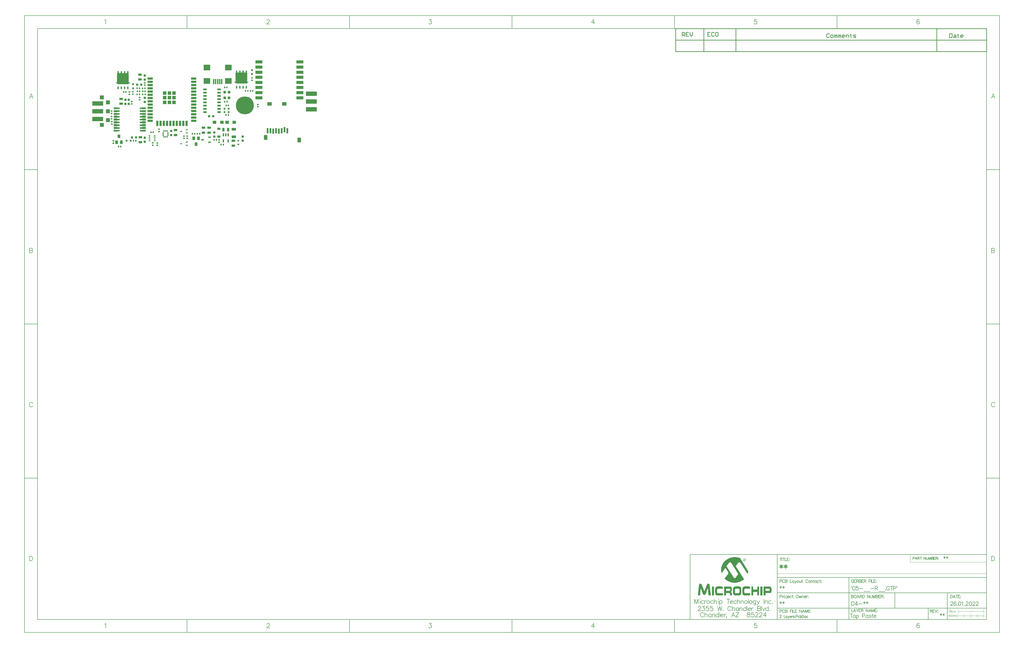
<source format=gtp>
G04*
G04 #@! TF.GenerationSoftware,Altium Limited,Altium Designer,21.0.9 (235)*
G04*
G04 Layer_Color=8421504*
%FSLAX44Y44*%
%MOMM*%
G71*
G04*
G04 #@! TF.SameCoordinates,D83CB673-9EFF-4C90-BE85-E941A3A9D43F*
G04*
G04*
G04 #@! TF.FilePolarity,Positive*
G04*
G01*
G75*
%ADD10C,0.2000*%
%ADD11C,0.1270*%
%ADD12C,0.2540*%
%ADD14C,0.1778*%
%ADD15C,0.1500*%
%ADD16C,0.1000*%
%ADD17C,0.1800*%
%ADD18C,0.3500*%
%ADD19R,1.5500X1.5500*%
%ADD20R,1.5000X1.5500*%
%ADD21R,4.1910X1.7780*%
G04:AMPARAMS|DCode=22|XSize=0.9mm|YSize=0.8mm|CornerRadius=0.2mm|HoleSize=0mm|Usage=FLASHONLY|Rotation=180.000|XOffset=0mm|YOffset=0mm|HoleType=Round|Shape=RoundedRectangle|*
%AMROUNDEDRECTD22*
21,1,0.9000,0.4000,0,0,180.0*
21,1,0.5000,0.8000,0,0,180.0*
1,1,0.4000,-0.2500,0.2000*
1,1,0.4000,0.2500,0.2000*
1,1,0.4000,0.2500,-0.2000*
1,1,0.4000,-0.2500,-0.2000*
%
%ADD22ROUNDEDRECTD22*%
%ADD23R,0.5600X1.0600*%
%ADD24R,0.5600X0.8600*%
G04:AMPARAMS|DCode=25|XSize=0.55mm|YSize=0.6mm|CornerRadius=0.1375mm|HoleSize=0mm|Usage=FLASHONLY|Rotation=90.000|XOffset=0mm|YOffset=0mm|HoleType=Round|Shape=RoundedRectangle|*
%AMROUNDEDRECTD25*
21,1,0.5500,0.3250,0,0,90.0*
21,1,0.2750,0.6000,0,0,90.0*
1,1,0.2750,0.1625,0.1375*
1,1,0.2750,0.1625,-0.1375*
1,1,0.2750,-0.1625,-0.1375*
1,1,0.2750,-0.1625,0.1375*
%
%ADD25ROUNDEDRECTD25*%
%ADD26R,2.8000X1.2000*%
G04:AMPARAMS|DCode=27|XSize=0.55mm|YSize=0.6mm|CornerRadius=0.1375mm|HoleSize=0mm|Usage=FLASHONLY|Rotation=180.000|XOffset=0mm|YOffset=0mm|HoleType=Round|Shape=RoundedRectangle|*
%AMROUNDEDRECTD27*
21,1,0.5500,0.3250,0,0,180.0*
21,1,0.2750,0.6000,0,0,180.0*
1,1,0.2750,-0.1375,0.1625*
1,1,0.2750,0.1375,0.1625*
1,1,0.2750,0.1375,-0.1625*
1,1,0.2750,-0.1375,-0.1625*
%
%ADD27ROUNDEDRECTD27*%
%ADD28R,1.0000X1.4000*%
%ADD29R,0.8000X0.8000*%
%ADD30R,0.8000X0.6000*%
%ADD31R,1.4500X1.2000*%
G04:AMPARAMS|DCode=32|XSize=1.4mm|YSize=0.9mm|CornerRadius=0.225mm|HoleSize=0mm|Usage=FLASHONLY|Rotation=270.000|XOffset=0mm|YOffset=0mm|HoleType=Round|Shape=RoundedRectangle|*
%AMROUNDEDRECTD32*
21,1,1.4000,0.4500,0,0,270.0*
21,1,0.9500,0.9000,0,0,270.0*
1,1,0.4500,-0.2250,-0.4750*
1,1,0.4500,-0.2250,0.4750*
1,1,0.4500,0.2250,0.4750*
1,1,0.4500,0.2250,-0.4750*
%
%ADD32ROUNDEDRECTD32*%
%ADD33R,1.2000X0.8500*%
G04:AMPARAMS|DCode=34|XSize=0.9mm|YSize=0.8mm|CornerRadius=0.2mm|HoleSize=0mm|Usage=FLASHONLY|Rotation=90.000|XOffset=0mm|YOffset=0mm|HoleType=Round|Shape=RoundedRectangle|*
%AMROUNDEDRECTD34*
21,1,0.9000,0.4000,0,0,90.0*
21,1,0.5000,0.8000,0,0,90.0*
1,1,0.4000,0.2000,0.2500*
1,1,0.4000,0.2000,-0.2500*
1,1,0.4000,-0.2000,-0.2500*
1,1,0.4000,-0.2000,0.2500*
%
%ADD34ROUNDEDRECTD34*%
%ADD35R,0.9500X0.4500*%
%ADD36R,0.5500X1.3000*%
G04:AMPARAMS|DCode=37|XSize=1.4mm|YSize=0.9mm|CornerRadius=0.225mm|HoleSize=0mm|Usage=FLASHONLY|Rotation=180.000|XOffset=0mm|YOffset=0mm|HoleType=Round|Shape=RoundedRectangle|*
%AMROUNDEDRECTD37*
21,1,1.4000,0.4500,0,0,180.0*
21,1,0.9500,0.9000,0,0,180.0*
1,1,0.4500,-0.4750,0.2250*
1,1,0.4500,0.4750,0.2250*
1,1,0.4500,0.4750,-0.2250*
1,1,0.4500,-0.4750,-0.2250*
%
%ADD37ROUNDEDRECTD37*%
G04:AMPARAMS|DCode=38|XSize=1.75mm|YSize=1mm|CornerRadius=0.25mm|HoleSize=0mm|Usage=FLASHONLY|Rotation=180.000|XOffset=0mm|YOffset=0mm|HoleType=Round|Shape=RoundedRectangle|*
%AMROUNDEDRECTD38*
21,1,1.7500,0.5000,0,0,180.0*
21,1,1.2500,1.0000,0,0,180.0*
1,1,0.5000,-0.6250,0.2500*
1,1,0.5000,0.6250,0.2500*
1,1,0.5000,0.6250,-0.2500*
1,1,0.5000,-0.6250,-0.2500*
%
%ADD38ROUNDEDRECTD38*%
%ADD39R,1.0000X0.6000*%
G04:AMPARAMS|DCode=40|XSize=0.61mm|YSize=0.35mm|CornerRadius=0.0875mm|HoleSize=0mm|Usage=FLASHONLY|Rotation=0.000|XOffset=0mm|YOffset=0mm|HoleType=Round|Shape=RoundedRectangle|*
%AMROUNDEDRECTD40*
21,1,0.6100,0.1750,0,0,0.0*
21,1,0.4350,0.3500,0,0,0.0*
1,1,0.1750,0.2175,-0.0875*
1,1,0.1750,-0.2175,-0.0875*
1,1,0.1750,-0.2175,0.0875*
1,1,0.1750,0.2175,0.0875*
%
%ADD40ROUNDEDRECTD40*%
G04:AMPARAMS|DCode=41|XSize=0.61mm|YSize=0.35mm|CornerRadius=0.0875mm|HoleSize=0mm|Usage=FLASHONLY|Rotation=270.000|XOffset=0mm|YOffset=0mm|HoleType=Round|Shape=RoundedRectangle|*
%AMROUNDEDRECTD41*
21,1,0.6100,0.1750,0,0,270.0*
21,1,0.4350,0.3500,0,0,270.0*
1,1,0.1750,-0.0875,-0.2175*
1,1,0.1750,-0.0875,0.2175*
1,1,0.1750,0.0875,0.2175*
1,1,0.1750,0.0875,-0.2175*
%
%ADD41ROUNDEDRECTD41*%
%ADD42R,0.8000X0.3500*%
%ADD43R,1.4000X1.9000*%
%ADD44R,1.8000X1.4000*%
%ADD45R,0.8000X2.0000*%
%ADD46R,0.5000X2.0000*%
%ADD47R,2.5000X2.2000*%
%ADD48C,7.0000*%
%ADD49R,0.8000X0.8000*%
G04:AMPARAMS|DCode=50|XSize=1.1mm|YSize=0.98mm|CornerRadius=0.2597mm|HoleSize=0mm|Usage=FLASHONLY|Rotation=270.000|XOffset=0mm|YOffset=0mm|HoleType=Round|Shape=RoundedRectangle|*
%AMROUNDEDRECTD50*
21,1,1.1000,0.4606,0,0,270.0*
21,1,0.5806,0.9800,0,0,270.0*
1,1,0.5194,-0.2303,-0.2903*
1,1,0.5194,-0.2303,0.2903*
1,1,0.5194,0.2303,0.2903*
1,1,0.5194,0.2303,-0.2903*
%
%ADD50ROUNDEDRECTD50*%
G04:AMPARAMS|DCode=51|XSize=1.31mm|YSize=0.62mm|CornerRadius=0.0775mm|HoleSize=0mm|Usage=FLASHONLY|Rotation=180.000|XOffset=0mm|YOffset=0mm|HoleType=Round|Shape=RoundedRectangle|*
%AMROUNDEDRECTD51*
21,1,1.3100,0.4650,0,0,180.0*
21,1,1.1550,0.6200,0,0,180.0*
1,1,0.1550,-0.5775,0.2325*
1,1,0.1550,0.5775,0.2325*
1,1,0.1550,0.5775,-0.2325*
1,1,0.1550,-0.5775,-0.2325*
%
%ADD51ROUNDEDRECTD51*%
%ADD52R,1.3300X1.3300*%
%ADD53R,2.0000X0.9000*%
%ADD54R,0.9000X2.0000*%
G36*
X649370Y297060D02*
X649370Y262660D01*
X653770Y262660D01*
X653770Y259160D01*
X649370Y259160D01*
X649370Y256110D01*
X606220Y256110D01*
X603170Y259160D01*
X598770Y259160D01*
X598770Y262660D01*
X603170Y262660D01*
X603170Y297060D01*
X604970Y298860D01*
X647570Y298860D01*
X649370Y297060D01*
X649370Y297060D02*
G37*
G36*
X186385Y294405D02*
X186385Y260005D01*
X190785Y260005D01*
X190785Y256505D01*
X186385Y256505D01*
X186385Y253455D01*
X143235Y253455D01*
X140185Y256505D01*
X135785Y256505D01*
X135785Y260005D01*
X140185Y260005D01*
X140185Y294405D01*
X141985Y296205D01*
X184585Y296205D01*
X186385Y294405D01*
X186385Y294405D02*
G37*
G36*
X252500Y155500D02*
X238500Y155500D01*
X238500Y156500D01*
X229500Y156500D01*
X229500Y161500D01*
X238500Y161500D01*
X238500Y162500D01*
X252500Y162500D01*
X252500Y155500D01*
X252500Y155500D02*
G37*
G36*
X141500Y161500D02*
X150500Y161500D01*
X150500Y156500D01*
X141500Y156500D01*
X141500Y155500D01*
X127500Y155500D01*
X127500Y162500D01*
X141500Y162500D01*
X141500Y161500D01*
X141500Y161500D02*
G37*
G36*
X252500Y144000D02*
X238500Y144000D01*
X238500Y145000D01*
X229500Y145000D01*
X229500Y151000D01*
X238500Y151000D01*
X238500Y152000D01*
X252500Y152000D01*
X252500Y144000D01*
X252500Y144000D02*
G37*
G36*
X141500Y151000D02*
X150500Y151000D01*
X150500Y145000D01*
X141500Y145000D01*
X141500Y144000D01*
X127500Y144000D01*
X127500Y152000D01*
X141500Y152000D01*
X141500Y151000D01*
X141500Y151000D02*
G37*
G36*
X252500Y133000D02*
X238500Y133000D01*
X238500Y134000D01*
X229500Y134000D01*
X229500Y140000D01*
X238500Y140000D01*
X238500Y141000D01*
X252500Y141000D01*
X252500Y133000D01*
X252500Y133000D02*
G37*
G36*
X141500Y140000D02*
X150500Y140000D01*
X150500Y134000D01*
X141500Y134000D01*
X141500Y133000D01*
X127500Y133000D01*
X127500Y141000D01*
X141500Y141000D01*
X141500Y140000D01*
X141500Y140000D02*
G37*
G36*
X252500Y122000D02*
X238500Y122000D01*
X238500Y123000D01*
X229500Y123000D01*
X229500Y129000D01*
X238500Y129000D01*
X238500Y130000D01*
X252500Y130000D01*
X252500Y122000D01*
X252500Y122000D02*
G37*
G36*
X141500Y129000D02*
X150500Y129000D01*
X150500Y123000D01*
X141500Y123000D01*
X141500Y122000D01*
X127500Y122000D01*
X127500Y130000D01*
X141500Y130000D01*
X141500Y129000D01*
X141500Y129000D02*
G37*
G36*
X252500Y111000D02*
X238500Y111000D01*
X238500Y112000D01*
X229500Y112000D01*
X229500Y118000D01*
X238500Y118000D01*
X238500Y119000D01*
X252500Y119000D01*
X252500Y111000D01*
X252500Y111000D02*
G37*
G36*
X141500Y118000D02*
X150500Y118000D01*
X150500Y112000D01*
X141500Y112000D01*
X141500Y111000D01*
X127500Y111000D01*
X127500Y119000D01*
X141500Y119000D01*
X141500Y118000D01*
X141500Y118000D02*
G37*
G36*
X252500Y100000D02*
X238500Y100000D01*
X238500Y101000D01*
X229500Y101000D01*
X229500Y107000D01*
X238500Y107000D01*
X238500Y108000D01*
X252500Y108000D01*
X252500Y100000D01*
X252500Y100000D02*
G37*
G36*
X141500Y107000D02*
X150500Y107000D01*
X150500Y101000D01*
X141500Y101000D01*
X141500Y100000D01*
X127500Y100000D01*
X127500Y108000D01*
X141500Y108000D01*
X141500Y107000D01*
X141500Y107000D02*
G37*
G36*
X252500Y89000D02*
X238500Y89000D01*
X238500Y90000D01*
X229500Y90000D01*
X229500Y96000D01*
X238500Y96000D01*
X238500Y97000D01*
X252500Y97000D01*
X252500Y89000D01*
X252500Y89000D02*
G37*
G36*
X141500Y96000D02*
X150500Y96000D01*
X150500Y90000D01*
X141500Y90000D01*
X141500Y89000D01*
X127500Y89000D01*
X127500Y97000D01*
X141500Y97000D01*
X141500Y96000D01*
X141500Y96000D02*
G37*
G36*
X252500Y78000D02*
X238500Y78000D01*
X238500Y79000D01*
X229500Y79000D01*
X229500Y85000D01*
X238500Y85000D01*
X238500Y86000D01*
X252500Y86000D01*
X252500Y78000D01*
X252500Y78000D02*
G37*
G36*
X141500Y85000D02*
X150500Y85000D01*
X150500Y79000D01*
X141500Y79000D01*
X141500Y78000D01*
X127500Y78000D01*
X127500Y86000D01*
X141500Y86000D01*
X141500Y85000D01*
X141500Y85000D02*
G37*
G36*
X252500Y67500D02*
X238500Y67500D01*
X238500Y68500D01*
X229500Y68500D01*
X229500Y73500D01*
X238500Y73500D01*
X238500Y74500D01*
X252500Y74500D01*
X252500Y67500D01*
X252500Y67500D02*
G37*
G36*
X141500Y73500D02*
X150500Y73500D01*
X150500Y68500D01*
X141500Y68500D01*
X141500Y67500D01*
X127500Y67500D01*
X127500Y74500D01*
X141500Y74500D01*
X141500Y73500D01*
X141500Y73500D02*
G37*
G36*
X2593426Y-1601897D02*
X2594273Y-1602179D01*
X2595402Y-1602602D01*
X2596389Y-1603166D01*
X2597236Y-1604154D01*
X2597800Y-1605565D01*
X2598082Y-1607258D01*
X2598082Y-1607540D01*
X2597941Y-1608105D01*
X2597800Y-1609093D01*
X2597377Y-1610080D01*
X2596813Y-1611209D01*
X2595825Y-1612056D01*
X2594414Y-1612761D01*
X2592580Y-1613043D01*
X2592156Y-1613043D01*
X2591733Y-1612902D01*
X2591169Y-1612761D01*
X2589758Y-1612338D01*
X2589052Y-1611914D01*
X2588347Y-1611350D01*
X2588347Y-1611209D01*
X2588065Y-1611068D01*
X2587500Y-1610221D01*
X2586936Y-1608951D01*
X2586795Y-1608105D01*
X2586654Y-1607258D01*
X2586654Y-1607117D01*
X2586654Y-1606835D01*
X2586795Y-1606412D01*
X2586936Y-1605988D01*
X2587500Y-1604718D01*
X2587923Y-1604013D01*
X2588488Y-1603449D01*
X2588629Y-1603307D01*
X2588770Y-1603166D01*
X2589617Y-1602602D01*
X2590887Y-1602038D01*
X2591733Y-1601755D01*
X2592862Y-1601755D01*
X2593426Y-1601897D01*
X2593426Y-1601897D02*
G37*
G36*
X2557305Y-1596958D02*
X2558434Y-1597099D01*
X2559845Y-1597099D01*
X2561256Y-1597381D01*
X2564501Y-1597805D01*
X2568029Y-1598651D01*
X2571556Y-1599639D01*
X2575084Y-1601050D01*
X2606689Y-1651422D01*
X2606689Y-1651563D01*
X2606689Y-1651845D01*
X2606548Y-1652409D01*
X2606548Y-1652974D01*
X2606407Y-1653820D01*
X2606266Y-1654808D01*
X2605843Y-1656924D01*
X2605843Y-1657065D01*
X2605702Y-1657489D01*
X2605561Y-1658053D01*
X2605420Y-1658759D01*
X2605137Y-1659746D01*
X2604855Y-1660734D01*
X2604149Y-1663133D01*
X2576636Y-1620098D01*
X2576495Y-1619957D01*
X2576353Y-1619534D01*
X2575789Y-1618969D01*
X2575225Y-1618405D01*
X2574519Y-1617841D01*
X2573673Y-1617276D01*
X2572826Y-1616853D01*
X2571697Y-1616712D01*
X2571274Y-1616712D01*
X2570851Y-1616853D01*
X2570286Y-1617135D01*
X2569581Y-1617558D01*
X2568734Y-1618123D01*
X2568029Y-1618828D01*
X2567182Y-1619957D01*
X2558011Y-1632515D01*
X2590322Y-1683451D01*
X2590181Y-1683592D01*
X2589617Y-1684015D01*
X2588770Y-1684720D01*
X2587641Y-1685567D01*
X2586089Y-1686696D01*
X2584255Y-1687825D01*
X2582280Y-1689095D01*
X2579881Y-1690364D01*
X2577341Y-1691634D01*
X2574378Y-1692904D01*
X2571415Y-1694033D01*
X2568029Y-1695162D01*
X2564501Y-1696008D01*
X2560833Y-1696714D01*
X2557023Y-1697137D01*
X2552931Y-1697278D01*
X2551944Y-1697278D01*
X2550815Y-1697137D01*
X2549263Y-1696996D01*
X2547287Y-1696714D01*
X2545030Y-1696431D01*
X2542631Y-1695867D01*
X2539809Y-1695162D01*
X2536987Y-1694315D01*
X2533883Y-1693186D01*
X2530638Y-1691916D01*
X2527393Y-1690364D01*
X2524148Y-1688389D01*
X2520902Y-1686272D01*
X2517798Y-1683733D01*
X2514694Y-1680770D01*
X2528380Y-1661863D01*
X2528522Y-1661722D01*
X2528663Y-1661157D01*
X2528945Y-1660311D01*
X2529086Y-1659605D01*
X2529227Y-1658759D01*
X2529227Y-1658476D01*
X2529086Y-1657771D01*
X2528663Y-1656501D01*
X2527816Y-1654949D01*
X2517657Y-1639005D01*
X2502560Y-1660029D01*
X2502560Y-1659887D01*
X2502419Y-1659746D01*
X2502278Y-1658900D01*
X2501995Y-1657630D01*
X2501713Y-1655937D01*
X2501290Y-1653820D01*
X2501008Y-1651563D01*
X2500867Y-1648882D01*
X2500726Y-1646201D01*
X2500726Y-1645919D01*
X2500726Y-1645354D01*
X2500867Y-1644226D01*
X2501008Y-1642956D01*
X2501149Y-1641263D01*
X2501431Y-1639287D01*
X2501995Y-1637030D01*
X2502560Y-1634631D01*
X2503265Y-1632091D01*
X2504253Y-1629269D01*
X2505523Y-1626447D01*
X2506793Y-1623625D01*
X2508486Y-1620804D01*
X2510461Y-1617841D01*
X2512719Y-1615019D01*
X2515258Y-1612338D01*
X2515400Y-1612197D01*
X2515964Y-1611632D01*
X2516811Y-1610927D01*
X2518080Y-1609939D01*
X2519633Y-1608669D01*
X2521467Y-1607399D01*
X2523583Y-1605988D01*
X2525982Y-1604577D01*
X2528663Y-1603166D01*
X2531626Y-1601755D01*
X2534871Y-1600345D01*
X2538257Y-1599216D01*
X2541926Y-1598228D01*
X2545876Y-1597522D01*
X2549968Y-1596958D01*
X2554342Y-1596817D01*
X2556318Y-1596817D01*
X2557305Y-1596958D01*
X2557305Y-1596958D02*
G37*
G36*
X2609793Y-1711529D02*
X2610499Y-1711670D01*
X2611064Y-1711811D01*
X2611205Y-1711811D01*
X2611487Y-1711952D01*
X2612474Y-1712375D01*
X2613039Y-1712940D01*
X2613462Y-1713504D01*
X2613885Y-1714210D01*
X2614167Y-1715197D01*
X2614167Y-1715338D01*
X2614308Y-1715480D01*
X2614308Y-1715903D01*
X2614450Y-1716608D01*
X2614450Y-1717314D01*
X2614591Y-1718302D01*
X2614591Y-1719430D01*
X2614591Y-1720700D01*
X2595684Y-1720277D01*
X2595543Y-1720277D01*
X2594978Y-1720418D01*
X2594273Y-1720559D01*
X2593567Y-1721124D01*
X2592721Y-1721829D01*
X2592015Y-1723099D01*
X2591733Y-1723945D01*
X2591451Y-1724933D01*
X2591310Y-1725921D01*
X2591310Y-1727191D01*
X2591310Y-1731000D01*
X2591310Y-1731141D01*
X2591310Y-1731283D01*
X2591451Y-1732129D01*
X2591592Y-1733117D01*
X2591874Y-1734387D01*
X2592297Y-1735656D01*
X2593144Y-1736785D01*
X2594132Y-1737632D01*
X2594837Y-1737773D01*
X2595543Y-1737914D01*
X2614873Y-1737914D01*
X2614873Y-1738196D01*
X2614873Y-1738761D01*
X2614873Y-1739748D01*
X2614732Y-1740877D01*
X2614591Y-1742006D01*
X2614450Y-1743135D01*
X2614167Y-1744122D01*
X2613744Y-1744828D01*
X2613744Y-1744969D01*
X2613462Y-1745110D01*
X2613039Y-1745392D01*
X2612474Y-1745674D01*
X2611628Y-1746098D01*
X2610499Y-1746380D01*
X2609088Y-1746521D01*
X2607395Y-1746662D01*
X2593285Y-1746662D01*
X2592156Y-1746521D01*
X2590746Y-1746239D01*
X2589334Y-1745815D01*
X2587782Y-1745110D01*
X2586512Y-1744263D01*
X2585525Y-1742993D01*
X2585525Y-1742852D01*
X2585243Y-1742429D01*
X2584960Y-1741724D01*
X2584678Y-1740877D01*
X2584396Y-1739607D01*
X2584114Y-1738196D01*
X2583973Y-1736362D01*
X2583831Y-1734387D01*
X2583831Y-1723945D01*
X2583831Y-1723804D01*
X2583831Y-1723522D01*
X2583831Y-1723099D01*
X2583973Y-1722534D01*
X2584114Y-1721124D01*
X2584396Y-1719289D01*
X2584819Y-1717455D01*
X2585666Y-1715621D01*
X2586654Y-1714069D01*
X2587359Y-1713363D01*
X2588065Y-1712799D01*
X2588206Y-1712799D01*
X2588488Y-1712517D01*
X2588911Y-1712375D01*
X2589617Y-1712093D01*
X2590463Y-1711811D01*
X2591592Y-1711670D01*
X2592862Y-1711388D01*
X2608100Y-1711388D01*
X2609793Y-1711529D01*
X2609793Y-1711529D02*
G37*
G36*
X2649019Y-1746380D02*
X2641823Y-1746380D01*
X2641823Y-1733258D01*
X2626161Y-1733258D01*
X2626161Y-1746380D01*
X2619388Y-1746380D01*
X2619388Y-1711811D01*
X2626161Y-1711811D01*
X2626161Y-1723945D01*
X2641823Y-1723945D01*
X2641823Y-1711811D01*
X2649019Y-1711811D01*
X2649019Y-1746380D01*
X2649019Y-1746380D02*
G37*
G36*
X2452047Y-1700523D02*
X2452753Y-1700664D01*
X2453599Y-1701088D01*
X2454305Y-1701652D01*
X2455010Y-1702640D01*
X2455716Y-1703910D01*
X2455998Y-1705744D01*
X2460654Y-1746380D01*
X2451906Y-1746380D01*
X2449507Y-1717173D01*
X2449366Y-1717173D01*
X2440477Y-1740595D01*
X2440477Y-1740736D01*
X2440195Y-1741159D01*
X2439772Y-1741865D01*
X2439207Y-1742570D01*
X2438502Y-1743276D01*
X2437655Y-1743981D01*
X2436667Y-1744404D01*
X2435398Y-1744546D01*
X2434833Y-1744546D01*
X2434128Y-1744263D01*
X2433281Y-1743981D01*
X2432294Y-1743558D01*
X2431447Y-1742852D01*
X2430741Y-1741865D01*
X2430036Y-1740595D01*
X2421147Y-1717596D01*
X2421006Y-1717596D01*
X2418466Y-1746380D01*
X2410000Y-1746380D01*
X2414374Y-1705321D01*
X2414374Y-1705038D01*
X2414515Y-1704474D01*
X2414797Y-1703769D01*
X2415221Y-1702781D01*
X2415785Y-1701934D01*
X2416632Y-1701088D01*
X2417760Y-1700523D01*
X2419030Y-1700382D01*
X2419736Y-1700382D01*
X2420582Y-1700664D01*
X2421570Y-1700947D01*
X2422558Y-1701511D01*
X2423687Y-1702358D01*
X2424533Y-1703486D01*
X2425380Y-1705038D01*
X2435257Y-1730154D01*
X2435398Y-1730154D01*
X2445274Y-1705038D01*
X2445415Y-1704897D01*
X2445557Y-1704333D01*
X2446121Y-1703627D01*
X2446685Y-1702640D01*
X2447532Y-1701793D01*
X2448661Y-1701088D01*
X2449931Y-1700523D01*
X2451483Y-1700382D01*
X2451624Y-1700382D01*
X2452047Y-1700523D01*
X2452047Y-1700523D02*
G37*
G36*
X2690360Y-1711952D02*
X2691489Y-1712093D01*
X2692758Y-1712517D01*
X2694170Y-1713222D01*
X2695439Y-1714210D01*
X2696568Y-1715621D01*
X2697415Y-1717596D01*
X2697415Y-1717737D01*
X2697556Y-1718019D01*
X2697556Y-1718584D01*
X2697697Y-1719289D01*
X2697838Y-1720136D01*
X2697838Y-1721124D01*
X2697979Y-1722393D01*
X2697979Y-1723663D01*
X2697979Y-1726344D01*
X2697979Y-1726626D01*
X2697979Y-1727332D01*
X2697838Y-1728461D01*
X2697697Y-1729730D01*
X2697415Y-1731283D01*
X2697133Y-1732835D01*
X2696568Y-1734104D01*
X2695863Y-1735374D01*
X2695863Y-1735515D01*
X2695580Y-1735656D01*
X2695157Y-1736080D01*
X2694734Y-1736503D01*
X2694028Y-1736926D01*
X2693182Y-1737209D01*
X2692335Y-1737491D01*
X2691206Y-1737632D01*
X2673993Y-1737632D01*
X2673993Y-1746380D01*
X2666938Y-1746380D01*
X2666938Y-1711811D01*
X2689655Y-1711811D01*
X2690360Y-1711952D01*
X2690360Y-1711952D02*
G37*
G36*
X2662281Y-1746380D02*
X2654098Y-1746380D01*
X2654098Y-1711811D01*
X2662281Y-1711811D01*
X2662281Y-1746380D01*
X2662281Y-1746380D02*
G37*
G36*
X2537270Y-1711952D02*
X2538398Y-1712375D01*
X2539668Y-1713081D01*
X2540233Y-1713645D01*
X2540938Y-1714351D01*
X2541503Y-1715197D01*
X2541926Y-1716185D01*
X2542490Y-1717314D01*
X2542772Y-1718725D01*
X2542914Y-1720277D01*
X2543055Y-1722111D01*
X2543055Y-1724228D01*
X2543055Y-1724369D01*
X2543055Y-1724510D01*
X2543055Y-1725356D01*
X2542914Y-1726626D01*
X2542631Y-1728037D01*
X2542067Y-1729448D01*
X2541361Y-1730859D01*
X2540374Y-1731988D01*
X2539104Y-1732835D01*
X2539104Y-1732976D01*
X2539245Y-1732976D01*
X2539668Y-1733258D01*
X2540374Y-1733681D01*
X2541079Y-1734387D01*
X2541785Y-1735374D01*
X2542490Y-1736644D01*
X2542914Y-1738337D01*
X2543055Y-1740595D01*
X2543055Y-1746380D01*
X2535718Y-1746380D01*
X2535718Y-1742288D01*
X2535718Y-1742147D01*
X2535718Y-1741865D01*
X2535718Y-1741300D01*
X2535718Y-1740736D01*
X2535576Y-1739607D01*
X2535576Y-1739043D01*
X2535435Y-1738620D01*
X2535294Y-1738478D01*
X2534871Y-1737914D01*
X2534165Y-1737491D01*
X2532896Y-1737350D01*
X2520056Y-1737350D01*
X2520056Y-1746380D01*
X2512719Y-1746380D01*
X2512719Y-1711811D01*
X2536423Y-1711811D01*
X2537270Y-1711952D01*
X2537270Y-1711952D02*
G37*
G36*
X2473071Y-1746380D02*
X2465028Y-1746380D01*
X2465028Y-1711811D01*
X2473071Y-1711811D01*
X2473071Y-1746380D01*
X2473071Y-1746380D02*
G37*
G36*
X2571556Y-1711529D02*
X2572826Y-1711811D01*
X2574096Y-1712093D01*
X2575507Y-1712658D01*
X2576636Y-1713504D01*
X2577623Y-1714492D01*
X2577765Y-1714633D01*
X2578047Y-1715056D01*
X2578329Y-1715762D01*
X2578752Y-1716750D01*
X2579175Y-1718161D01*
X2579599Y-1719713D01*
X2579740Y-1721547D01*
X2579881Y-1723804D01*
X2579881Y-1734245D01*
X2579881Y-1734387D01*
X2579881Y-1734669D01*
X2579881Y-1735092D01*
X2579740Y-1735798D01*
X2579599Y-1737350D01*
X2579316Y-1739325D01*
X2578611Y-1741300D01*
X2577765Y-1743276D01*
X2576495Y-1744828D01*
X2575648Y-1745533D01*
X2574801Y-1745957D01*
X2574660Y-1745957D01*
X2574378Y-1746098D01*
X2573955Y-1746239D01*
X2573391Y-1746239D01*
X2572685Y-1746380D01*
X2571838Y-1746521D01*
X2569581Y-1746662D01*
X2556882Y-1746662D01*
X2555753Y-1746521D01*
X2554483Y-1746239D01*
X2553073Y-1745815D01*
X2551662Y-1745251D01*
X2550392Y-1744404D01*
X2549263Y-1743276D01*
X2549122Y-1743135D01*
X2548981Y-1742711D01*
X2548698Y-1742006D01*
X2548416Y-1741018D01*
X2547993Y-1739889D01*
X2547711Y-1738337D01*
X2547570Y-1736362D01*
X2547429Y-1734245D01*
X2547429Y-1723804D01*
X2547429Y-1723663D01*
X2547429Y-1723381D01*
X2547429Y-1722817D01*
X2547570Y-1722111D01*
X2547711Y-1720418D01*
X2548134Y-1718443D01*
X2548840Y-1716326D01*
X2549968Y-1714492D01*
X2550674Y-1713645D01*
X2551379Y-1712940D01*
X2552367Y-1712375D01*
X2553355Y-1711952D01*
X2553496Y-1711952D01*
X2553637Y-1711811D01*
X2554060Y-1711811D01*
X2554625Y-1711670D01*
X2556035Y-1711529D01*
X2557870Y-1711388D01*
X2570569Y-1711388D01*
X2571556Y-1711529D01*
X2571556Y-1711529D02*
G37*
G36*
X2500867Y-1711529D02*
X2502560Y-1711529D01*
X2504112Y-1711670D01*
X2505382Y-1711952D01*
X2505805Y-1712093D01*
X2506087Y-1712234D01*
X2506228Y-1712234D01*
X2506369Y-1712517D01*
X2506652Y-1712940D01*
X2507075Y-1713645D01*
X2507498Y-1714633D01*
X2507780Y-1716044D01*
X2507921Y-1717878D01*
X2508062Y-1720277D01*
X2489014Y-1720277D01*
X2488168Y-1720418D01*
X2487180Y-1720841D01*
X2486192Y-1721688D01*
X2486051Y-1721970D01*
X2485910Y-1722252D01*
X2485628Y-1722817D01*
X2485487Y-1723522D01*
X2485205Y-1724510D01*
X2485064Y-1725780D01*
X2485064Y-1727191D01*
X2485064Y-1731000D01*
X2485064Y-1731141D01*
X2485064Y-1731706D01*
X2485064Y-1732411D01*
X2485205Y-1733117D01*
X2485346Y-1734951D01*
X2485487Y-1735656D01*
X2485628Y-1736221D01*
X2485769Y-1736503D01*
X2486334Y-1737068D01*
X2486898Y-1737350D01*
X2487462Y-1737632D01*
X2488309Y-1737773D01*
X2489155Y-1737914D01*
X2508486Y-1737914D01*
X2508486Y-1738196D01*
X2508486Y-1738761D01*
X2508486Y-1739607D01*
X2508345Y-1740595D01*
X2508062Y-1742852D01*
X2507780Y-1743840D01*
X2507498Y-1744546D01*
X2507498Y-1744687D01*
X2507216Y-1744828D01*
X2506793Y-1745251D01*
X2506228Y-1745533D01*
X2505241Y-1745957D01*
X2504112Y-1746380D01*
X2502701Y-1746521D01*
X2501008Y-1746662D01*
X2487039Y-1746662D01*
X2486051Y-1746521D01*
X2484781Y-1746239D01*
X2483371Y-1745957D01*
X2481960Y-1745533D01*
X2480690Y-1744828D01*
X2479702Y-1743840D01*
X2479561Y-1743699D01*
X2479420Y-1743276D01*
X2478997Y-1742570D01*
X2478573Y-1741583D01*
X2478150Y-1740313D01*
X2477868Y-1738620D01*
X2477586Y-1736644D01*
X2477444Y-1734245D01*
X2477444Y-1723804D01*
X2477444Y-1723663D01*
X2477444Y-1723381D01*
X2477444Y-1722817D01*
X2477586Y-1722111D01*
X2477868Y-1720277D01*
X2478291Y-1718161D01*
X2479138Y-1716044D01*
X2480408Y-1714069D01*
X2481254Y-1713222D01*
X2482242Y-1712517D01*
X2483230Y-1711952D01*
X2484499Y-1711670D01*
X2484781Y-1711670D01*
X2485487Y-1711529D01*
X2486616Y-1711388D01*
X2499173Y-1711388D01*
X2500867Y-1711529D01*
X2500867Y-1711529D02*
G37*
%LPC*%
G36*
X2592580Y-1602743D02*
X2591874Y-1602743D01*
X2591028Y-1603025D01*
X2590181Y-1603307D01*
X2589193Y-1603872D01*
X2588488Y-1604577D01*
X2587923Y-1605706D01*
X2587641Y-1607258D01*
X2587641Y-1607399D01*
X2587641Y-1607540D01*
X2587782Y-1608387D01*
X2588206Y-1609516D01*
X2589052Y-1610786D01*
X2589334Y-1611068D01*
X2590040Y-1611491D01*
X2591169Y-1611914D01*
X2592580Y-1612197D01*
X2592721Y-1612197D01*
X2593285Y-1612056D01*
X2593990Y-1611914D01*
X2594978Y-1611632D01*
X2595825Y-1610927D01*
X2596530Y-1610080D01*
X2597095Y-1608951D01*
X2597236Y-1607258D01*
X2597236Y-1607117D01*
X2597236Y-1606553D01*
X2596954Y-1605847D01*
X2596671Y-1605001D01*
X2596107Y-1604154D01*
X2595261Y-1603449D01*
X2594132Y-1602884D01*
X2592580Y-1602743D01*
X2592580Y-1602743D02*
G37*
%LPD*%
G36*
X2593849Y-1604295D02*
X2594555Y-1604860D01*
X2594837Y-1605283D01*
X2594978Y-1605988D01*
X2594978Y-1606129D01*
X2594978Y-1606270D01*
X2594837Y-1606976D01*
X2594273Y-1607540D01*
X2593849Y-1607823D01*
X2593285Y-1607964D01*
X2595119Y-1610786D01*
X2593990Y-1610786D01*
X2592297Y-1607964D01*
X2591169Y-1607964D01*
X2591169Y-1610786D01*
X2590181Y-1610786D01*
X2590181Y-1604013D01*
X2593003Y-1604013D01*
X2593849Y-1604295D01*
X2593849Y-1604295D02*
G37*
%LPC*%
G36*
X2592862Y-1605001D02*
X2591169Y-1605001D01*
X2591169Y-1607117D01*
X2593003Y-1607117D01*
X2593426Y-1606976D01*
X2593708Y-1606694D01*
X2593849Y-1605988D01*
X2593849Y-1605847D01*
X2593708Y-1605424D01*
X2593426Y-1605142D01*
X2592862Y-1605001D01*
X2592862Y-1605001D02*
G37*
G36*
X2536000Y-1616571D02*
X2535576Y-1616571D01*
X2535012Y-1616712D01*
X2534448Y-1616994D01*
X2533742Y-1617417D01*
X2532896Y-1617982D01*
X2532049Y-1618687D01*
X2531203Y-1619816D01*
X2522313Y-1632374D01*
X2549263Y-1675126D01*
X2549404Y-1675267D01*
X2549686Y-1675690D01*
X2550110Y-1676396D01*
X2550674Y-1676960D01*
X2551379Y-1677666D01*
X2552226Y-1678371D01*
X2552931Y-1678794D01*
X2553778Y-1678936D01*
X2554201Y-1678936D01*
X2554766Y-1678794D01*
X2555330Y-1678512D01*
X2556035Y-1678230D01*
X2556882Y-1677807D01*
X2557729Y-1677101D01*
X2558434Y-1676114D01*
X2567888Y-1662568D01*
X2540797Y-1619957D01*
X2540656Y-1619816D01*
X2540374Y-1619393D01*
X2539951Y-1618828D01*
X2539386Y-1618264D01*
X2538681Y-1617699D01*
X2537834Y-1617135D01*
X2536987Y-1616712D01*
X2536000Y-1616571D01*
X2536000Y-1616571D02*
G37*
G36*
X2687679Y-1720136D02*
X2673993Y-1720136D01*
X2673993Y-1728884D01*
X2688526Y-1728884D01*
X2688808Y-1728743D01*
X2689231Y-1728461D01*
X2689655Y-1728037D01*
X2690078Y-1727332D01*
X2690219Y-1726485D01*
X2690360Y-1725356D01*
X2690360Y-1723945D01*
X2690360Y-1723804D01*
X2690360Y-1723381D01*
X2690219Y-1722676D01*
X2690078Y-1721970D01*
X2689655Y-1721406D01*
X2689231Y-1720700D01*
X2688526Y-1720277D01*
X2687679Y-1720136D01*
X2687679Y-1720136D02*
G37*
G36*
X2532613Y-1720136D02*
X2520056Y-1720136D01*
X2520056Y-1728743D01*
X2533742Y-1728743D01*
X2534165Y-1728602D01*
X2534730Y-1728320D01*
X2535294Y-1727896D01*
X2535718Y-1727191D01*
X2536000Y-1726344D01*
X2536141Y-1725074D01*
X2536141Y-1723945D01*
X2536141Y-1723804D01*
X2536141Y-1723381D01*
X2536000Y-1722676D01*
X2535718Y-1721970D01*
X2535294Y-1721406D01*
X2534589Y-1720700D01*
X2533742Y-1720277D01*
X2532613Y-1720136D01*
X2532613Y-1720136D02*
G37*
G36*
X2568593Y-1720136D02*
X2558999Y-1720136D01*
X2558152Y-1720277D01*
X2557023Y-1720841D01*
X2556459Y-1721124D01*
X2556035Y-1721688D01*
X2555894Y-1721970D01*
X2555753Y-1722393D01*
X2555471Y-1722958D01*
X2555330Y-1723663D01*
X2555048Y-1724651D01*
X2554907Y-1725780D01*
X2554907Y-1727191D01*
X2554907Y-1731000D01*
X2554907Y-1731141D01*
X2554907Y-1731706D01*
X2554907Y-1732270D01*
X2555048Y-1733117D01*
X2555189Y-1734951D01*
X2555330Y-1735798D01*
X2555612Y-1736503D01*
X2555753Y-1736785D01*
X2556318Y-1737209D01*
X2557305Y-1737632D01*
X2558011Y-1737914D01*
X2568311Y-1737914D01*
X2568875Y-1737773D01*
X2569581Y-1737491D01*
X2570428Y-1737068D01*
X2571274Y-1736221D01*
X2571979Y-1734951D01*
X2572262Y-1734245D01*
X2572544Y-1733258D01*
X2572685Y-1732270D01*
X2572685Y-1731000D01*
X2572685Y-1727191D01*
X2572685Y-1727050D01*
X2572685Y-1726485D01*
X2572685Y-1725921D01*
X2572544Y-1725074D01*
X2572121Y-1723240D01*
X2571697Y-1722393D01*
X2571274Y-1721688D01*
X2571274Y-1721547D01*
X2570992Y-1721406D01*
X2570286Y-1720841D01*
X2569299Y-1720418D01*
X2568593Y-1720136D01*
X2568593Y-1720136D02*
G37*
%LPD*%
D10*
X3373571Y-1593883D02*
X3373571Y-1602453D01*
X3370000Y-1596025D02*
X3377142Y-1600310D01*
X3377142Y-1596025D02*
X3370000Y-1600310D01*
X3383783Y-1593883D02*
X3383783Y-1602453D01*
X3380212Y-1596025D02*
X3387354Y-1600310D01*
X3387354Y-1596025D02*
X3380212Y-1600310D01*
D11*
X3310000Y-1840580D02*
X3310000Y-1796380D01*
X3000000Y-1840580D02*
X3000000Y-1676380D01*
X3180000Y-1796380D02*
X3180000Y-1736380D01*
X3385000Y-1840580D02*
X3385000Y-1736380D01*
X2380000Y-1840580D02*
X2380000Y-1586380D01*
X2720000Y-1840580D02*
X2720000Y-1586380D01*
X3538200Y-1840580D02*
X3538200Y-1586380D01*
X2380000Y-1840580D02*
X3538200Y-1840580D01*
X2720000Y-1796380D02*
X3538200Y-1796380D01*
X2720000Y-1736380D02*
X3538200Y-1736380D01*
X2720000Y-1676380D02*
X3538200Y-1676380D01*
X2380000Y-1586380D02*
X3538200Y-1586380D01*
X2039600Y-1840580D02*
X2395200Y-1840580D01*
X414000Y-1891380D02*
X414000Y-1840580D01*
X-221000Y-1288130D02*
X-170200Y-1288130D01*
X-221000Y-684880D02*
X-170200Y-684880D01*
X-221000Y-81630D02*
X-170200Y-81630D01*
X-170200Y-1840580D02*
X3538200Y-1840580D01*
X-170200Y-1840580D02*
X-170200Y470820D01*
X-221000Y-1891380D02*
X3589000Y-1891380D01*
X-221000Y-1891380D02*
X-221000Y521620D01*
X3538200Y-1840580D02*
X3538200Y-1535780D01*
X1049000Y-1891380D02*
X1049000Y-1840580D01*
X1684000Y-1891380D02*
X1684000Y-1840580D01*
X2319000Y-1891380D02*
X2319000Y-1840580D01*
X2954000Y-1891380D02*
X2954000Y-1840580D01*
X3538200Y-1288130D02*
X3589000Y-1288130D01*
X3538200Y-684880D02*
X3589000Y-684880D01*
X3538200Y-81630D02*
X3589000Y-81630D01*
X3589000Y-1891380D02*
X3589000Y521620D01*
X3538200Y-1840580D02*
X3538200Y470820D01*
X414000Y470820D02*
X414000Y521620D01*
X-221000Y521620D02*
X3589000Y521620D01*
X-170200Y470820D02*
X3538200Y470820D01*
X1049000Y470820D02*
X1049000Y521620D01*
X1684000Y470820D02*
X1684000Y521620D01*
X2319000Y470820D02*
X2319000Y521620D01*
X2954000Y470820D02*
X2954000Y521620D01*
X3010000Y-1799952D02*
X3010000Y-1811380D01*
X3016530Y-1811380D01*
X3026489Y-1811380D02*
X3022135Y-1799952D01*
X3017782Y-1811380D01*
X3019414Y-1807571D02*
X3024856Y-1807571D01*
X3029155Y-1799952D02*
X3033508Y-1805394D01*
X3033508Y-1811380D01*
X3037862Y-1799952D02*
X3033508Y-1805394D01*
X3046405Y-1799952D02*
X3039331Y-1799952D01*
X3039331Y-1811380D01*
X3046405Y-1811380D01*
X3039331Y-1805394D02*
X3043684Y-1805394D01*
X3048310Y-1799952D02*
X3048310Y-1811380D01*
X3048310Y-1799952D02*
X3053207Y-1799952D01*
X3054840Y-1800497D01*
X3055384Y-1801041D01*
X3055928Y-1802129D01*
X3055928Y-1803217D01*
X3055384Y-1804306D01*
X3054840Y-1804850D01*
X3053207Y-1805394D01*
X3048310Y-1805394D01*
X3052119Y-1805394D02*
X3055928Y-1811380D01*
X3067464Y-1799952D02*
X3067464Y-1811380D01*
X3067464Y-1799952D02*
X3075083Y-1811380D01*
X3075083Y-1799952D02*
X3075083Y-1811380D01*
X3086945Y-1811380D02*
X3082592Y-1799952D01*
X3078239Y-1811380D01*
X3079872Y-1807571D02*
X3085313Y-1807571D01*
X3089612Y-1799952D02*
X3089612Y-1811380D01*
X3089612Y-1799952D02*
X3093965Y-1811380D01*
X3098319Y-1799952D02*
X3093965Y-1811380D01*
X3098319Y-1799952D02*
X3098319Y-1811380D01*
X3108658Y-1799952D02*
X3101584Y-1799952D01*
X3101584Y-1811380D01*
X3108658Y-1811380D01*
X3101584Y-1805394D02*
X3105937Y-1805394D01*
X3111107Y-1803761D02*
X3110563Y-1804306D01*
X3111107Y-1804850D01*
X3111651Y-1804306D01*
X3111107Y-1803761D01*
X3111107Y-1810291D02*
X3110563Y-1810836D01*
X3111107Y-1811380D01*
X3111651Y-1810836D01*
X3111107Y-1810291D01*
X3317500Y-1802452D02*
X3317500Y-1813880D01*
X3317500Y-1802452D02*
X3322397Y-1802452D01*
X3324030Y-1802997D01*
X3324574Y-1803541D01*
X3325118Y-1804629D01*
X3325118Y-1805717D01*
X3324574Y-1806806D01*
X3324030Y-1807350D01*
X3322397Y-1807894D01*
X3317500Y-1807894D01*
X3321309Y-1807894D02*
X3325118Y-1813880D01*
X3334750Y-1802452D02*
X3327676Y-1802452D01*
X3327676Y-1813880D01*
X3334750Y-1813880D01*
X3327676Y-1807894D02*
X3332029Y-1807894D01*
X3336655Y-1802452D02*
X3341008Y-1813880D01*
X3345362Y-1802452D02*
X3341008Y-1813880D01*
X3347375Y-1806261D02*
X3346831Y-1806806D01*
X3347375Y-1807350D01*
X3347919Y-1806806D01*
X3347375Y-1806261D01*
X3347375Y-1812791D02*
X3346831Y-1813336D01*
X3347375Y-1813880D01*
X3347919Y-1813336D01*
X3347375Y-1812791D01*
X3397000Y-1744952D02*
X3397000Y-1756380D01*
X3397000Y-1744952D02*
X3400809Y-1744952D01*
X3402442Y-1745497D01*
X3403530Y-1746585D01*
X3404074Y-1747673D01*
X3404619Y-1749306D01*
X3404619Y-1752027D01*
X3404074Y-1753659D01*
X3403530Y-1754747D01*
X3402442Y-1755836D01*
X3400809Y-1756380D01*
X3397000Y-1756380D01*
X3415883Y-1756380D02*
X3411530Y-1744952D01*
X3407176Y-1756380D01*
X3408809Y-1752571D02*
X3414250Y-1752571D01*
X3422358Y-1744952D02*
X3422358Y-1756380D01*
X3418549Y-1744952D02*
X3426168Y-1744952D01*
X3434602Y-1744952D02*
X3427528Y-1744952D01*
X3427528Y-1756380D01*
X3434602Y-1756380D01*
X3427528Y-1750394D02*
X3431881Y-1750394D01*
X3437051Y-1748761D02*
X3436507Y-1749306D01*
X3437051Y-1749850D01*
X3437595Y-1749306D01*
X3437051Y-1748761D01*
X3437051Y-1755291D02*
X3436507Y-1755836D01*
X3437051Y-1756380D01*
X3437595Y-1755836D01*
X3437051Y-1755291D01*
X2733809Y-1599952D02*
X2733809Y-1611380D01*
X2730000Y-1599952D02*
X2737618Y-1599952D01*
X2738979Y-1599952D02*
X2738979Y-1611380D01*
X2745182Y-1599952D02*
X2745182Y-1611380D01*
X2741373Y-1599952D02*
X2748992Y-1599952D01*
X2750352Y-1599952D02*
X2750352Y-1611380D01*
X2756882Y-1611380D01*
X2765208Y-1599952D02*
X2758134Y-1599952D01*
X2758134Y-1611380D01*
X2765208Y-1611380D01*
X2758134Y-1605394D02*
X2762487Y-1605394D01*
X2767657Y-1603761D02*
X2767112Y-1604306D01*
X2767657Y-1604850D01*
X2768201Y-1604306D01*
X2767657Y-1603761D01*
X2767657Y-1610291D02*
X2767112Y-1610836D01*
X2767657Y-1611380D01*
X2768201Y-1610836D01*
X2767657Y-1610291D01*
D12*
X3538200Y380820D02*
X3538200Y470820D01*
X2323200Y470820D02*
X3538200Y470820D01*
X2558200Y380820D02*
X2558200Y425820D01*
X2323200Y425820D02*
X2323200Y470820D01*
X2323200Y425820D02*
X3538200Y425820D01*
X2433200Y425820D02*
X2433200Y470820D01*
X2558200Y425820D02*
X2558200Y470820D01*
X3343200Y425820D02*
X3343200Y470820D01*
X2323200Y380820D02*
X2323200Y425820D01*
X2323200Y380820D02*
X3538200Y380820D01*
X3343200Y380820D02*
X3343200Y425820D01*
X2433200Y380820D02*
X2433200Y425820D01*
X2348200Y440820D02*
X2348200Y456055D01*
X2355818Y456055D01*
X2358357Y453516D01*
X2358357Y448438D01*
X2355818Y445899D01*
X2348200Y445899D01*
X2353279Y445899D02*
X2358357Y440820D01*
X2373592Y456055D02*
X2363435Y456055D01*
X2363435Y440820D01*
X2373592Y440820D01*
X2363435Y448438D02*
X2368514Y448438D01*
X2378670Y456055D02*
X2378670Y445899D01*
X2383749Y440820D01*
X2388827Y445899D01*
X2388827Y456055D01*
X2458357Y456055D02*
X2448200Y456055D01*
X2448200Y440820D01*
X2458357Y440820D01*
X2448200Y448438D02*
X2453279Y448438D01*
X2473592Y453516D02*
X2471053Y456055D01*
X2465974Y456055D01*
X2463435Y453516D01*
X2463435Y443359D01*
X2465974Y440820D01*
X2471053Y440820D01*
X2473592Y443359D01*
X2486288Y456055D02*
X2481210Y456055D01*
X2478670Y453516D01*
X2478670Y443359D01*
X2481210Y440820D01*
X2486288Y440820D01*
X2488827Y443359D01*
X2488827Y453516D01*
X2486288Y456055D01*
X2923357Y448516D02*
X2920818Y451055D01*
X2915739Y451055D01*
X2913200Y448516D01*
X2913200Y438359D01*
X2915739Y435820D01*
X2920818Y435820D01*
X2923357Y438359D01*
X2930974Y435820D02*
X2936053Y435820D01*
X2938592Y438359D01*
X2938592Y443438D01*
X2936053Y445977D01*
X2930974Y445977D01*
X2928435Y443438D01*
X2928435Y438359D01*
X2930974Y435820D01*
X2943670Y435820D02*
X2943670Y445977D01*
X2946209Y445977D01*
X2948748Y443438D01*
X2948748Y435820D01*
X2948748Y443438D01*
X2951288Y445977D01*
X2953827Y443438D01*
X2953827Y435820D01*
X2958905Y435820D02*
X2958905Y445977D01*
X2961444Y445977D01*
X2963984Y443438D01*
X2963984Y435820D01*
X2963984Y443438D01*
X2966523Y445977D01*
X2969062Y443438D01*
X2969062Y435820D01*
X2981758Y435820D02*
X2976680Y435820D01*
X2974140Y438359D01*
X2974140Y443438D01*
X2976680Y445977D01*
X2981758Y445977D01*
X2984297Y443438D01*
X2984297Y440899D01*
X2974140Y440899D01*
X2989376Y435820D02*
X2989376Y445977D01*
X2996993Y445977D01*
X2999532Y443438D01*
X2999532Y435820D01*
X3007150Y448516D02*
X3007150Y445977D01*
X3004611Y445977D01*
X3009689Y445977D01*
X3007150Y445977D01*
X3007150Y438359D01*
X3009689Y435820D01*
X3017307Y435820D02*
X3024924Y435820D01*
X3027463Y438359D01*
X3024924Y440899D01*
X3019846Y440899D01*
X3017307Y443438D01*
X3019846Y445977D01*
X3027463Y445977D01*
X3393200Y451055D02*
X3393200Y435820D01*
X3400818Y435820D01*
X3403357Y438359D01*
X3403357Y448516D01*
X3400818Y451055D01*
X3393200Y451055D01*
X3410974Y445977D02*
X3416053Y445977D01*
X3418592Y443438D01*
X3418592Y435820D01*
X3410974Y435820D01*
X3408435Y438359D01*
X3410974Y440899D01*
X3418592Y440899D01*
X3426209Y448516D02*
X3426209Y445977D01*
X3423670Y445977D01*
X3428748Y445977D01*
X3426209Y445977D01*
X3426209Y438359D01*
X3428748Y435820D01*
X3443984Y435820D02*
X3438905Y435820D01*
X3436366Y438359D01*
X3436366Y443438D01*
X3438905Y445977D01*
X3443984Y445977D01*
X3446523Y443438D01*
X3446523Y440899D01*
X3436366Y440899D01*
D14*
X3360349Y-1817106D02*
X3360349Y-1825676D01*
X3356778Y-1819249D02*
X3363919Y-1823533D01*
X3363919Y-1819249D02*
X3356778Y-1823533D01*
X3370561Y-1817106D02*
X3370561Y-1825676D01*
X3366990Y-1819249D02*
X3374131Y-1823533D01*
X3374131Y-1819249D02*
X3366990Y-1823533D01*
X2733809Y-1710383D02*
X2733809Y-1719524D01*
X2730000Y-1712668D02*
X2737617Y-1717239D01*
X2737617Y-1712668D02*
X2730000Y-1717239D01*
X2744702Y-1710383D02*
X2744702Y-1719524D01*
X2740893Y-1712668D02*
X2748510Y-1717239D01*
X2748510Y-1712668D02*
X2740893Y-1717239D01*
X2432697Y-1817836D02*
X2431851Y-1816143D01*
X2430158Y-1814450D01*
X2428465Y-1813604D01*
X2425079Y-1813604D01*
X2423386Y-1814450D01*
X2421693Y-1816143D01*
X2420847Y-1817836D01*
X2420000Y-1820376D01*
X2420000Y-1824608D01*
X2420847Y-1827148D01*
X2421693Y-1828840D01*
X2423386Y-1830533D01*
X2425079Y-1831380D01*
X2428465Y-1831380D01*
X2430158Y-1830533D01*
X2431851Y-1828840D01*
X2432697Y-1827148D01*
X2437692Y-1813604D02*
X2437692Y-1831380D01*
X2437692Y-1822915D02*
X2440231Y-1820376D01*
X2441924Y-1819529D01*
X2444464Y-1819529D01*
X2446156Y-1820376D01*
X2447003Y-1822915D01*
X2447003Y-1831380D01*
X2461817Y-1819529D02*
X2461817Y-1831380D01*
X2461817Y-1822068D02*
X2460123Y-1820376D01*
X2458431Y-1819529D01*
X2455891Y-1819529D01*
X2454198Y-1820376D01*
X2452505Y-1822068D01*
X2451659Y-1824608D01*
X2451659Y-1826301D01*
X2452505Y-1828840D01*
X2454198Y-1830533D01*
X2455891Y-1831380D01*
X2458431Y-1831380D01*
X2460123Y-1830533D01*
X2461817Y-1828840D01*
X2466557Y-1819529D02*
X2466557Y-1831380D01*
X2466557Y-1822915D02*
X2469096Y-1820376D01*
X2470789Y-1819529D01*
X2473329Y-1819529D01*
X2475022Y-1820376D01*
X2475868Y-1822915D01*
X2475868Y-1831380D01*
X2490682Y-1813604D02*
X2490682Y-1831380D01*
X2490682Y-1822068D02*
X2488989Y-1820376D01*
X2487296Y-1819529D01*
X2484756Y-1819529D01*
X2483063Y-1820376D01*
X2481370Y-1822068D01*
X2480524Y-1824608D01*
X2480524Y-1826301D01*
X2481370Y-1828840D01*
X2483063Y-1830533D01*
X2484756Y-1831380D01*
X2487296Y-1831380D01*
X2488989Y-1830533D01*
X2490682Y-1828840D01*
X2495422Y-1813604D02*
X2495422Y-1831380D01*
X2499147Y-1824608D02*
X2509304Y-1824608D01*
X2509304Y-1822915D01*
X2508458Y-1821222D01*
X2507611Y-1820376D01*
X2505918Y-1819529D01*
X2503379Y-1819529D01*
X2501686Y-1820376D01*
X2499993Y-1822068D01*
X2499147Y-1824608D01*
X2499147Y-1826301D01*
X2499993Y-1828840D01*
X2501686Y-1830533D01*
X2503379Y-1831380D01*
X2505918Y-1831380D01*
X2507611Y-1830533D01*
X2509304Y-1828840D01*
X2513114Y-1819529D02*
X2513114Y-1831380D01*
X2513114Y-1824608D02*
X2513960Y-1822068D01*
X2515653Y-1820376D01*
X2517346Y-1819529D01*
X2519885Y-1819529D01*
X2523187Y-1830533D02*
X2522340Y-1831380D01*
X2521494Y-1830533D01*
X2522340Y-1829687D01*
X2523187Y-1830533D01*
X2523187Y-1832226D01*
X2522340Y-1833919D01*
X2521494Y-1834766D01*
X2554591Y-1831380D02*
X2547819Y-1813604D01*
X2541048Y-1831380D01*
X2543587Y-1825455D02*
X2552052Y-1825455D01*
X2570590Y-1813604D02*
X2558739Y-1831380D01*
X2558739Y-1813604D02*
X2570590Y-1813604D01*
X2558739Y-1831380D02*
X2570590Y-1831380D01*
X2606735Y-1813604D02*
X2604195Y-1814450D01*
X2603349Y-1816143D01*
X2603349Y-1817836D01*
X2604195Y-1819529D01*
X2605888Y-1820376D01*
X2609274Y-1821222D01*
X2611814Y-1822068D01*
X2613506Y-1823761D01*
X2614353Y-1825455D01*
X2614353Y-1827994D01*
X2613506Y-1829687D01*
X2612660Y-1830533D01*
X2610121Y-1831380D01*
X2606735Y-1831380D01*
X2604195Y-1830533D01*
X2603349Y-1829687D01*
X2602502Y-1827994D01*
X2602502Y-1825455D01*
X2603349Y-1823761D01*
X2605042Y-1822068D01*
X2607581Y-1821222D01*
X2610967Y-1820376D01*
X2612660Y-1819529D01*
X2613506Y-1817836D01*
X2613506Y-1816143D01*
X2612660Y-1814450D01*
X2610121Y-1813604D01*
X2606735Y-1813604D01*
X2628489Y-1813604D02*
X2620025Y-1813604D01*
X2619178Y-1821222D01*
X2620025Y-1820376D01*
X2622564Y-1819529D01*
X2625103Y-1819529D01*
X2627643Y-1820376D01*
X2629336Y-1822068D01*
X2630182Y-1824608D01*
X2630182Y-1826301D01*
X2629336Y-1828840D01*
X2627643Y-1830533D01*
X2625103Y-1831380D01*
X2622564Y-1831380D01*
X2620025Y-1830533D01*
X2619178Y-1829687D01*
X2618332Y-1827994D01*
X2635007Y-1817836D02*
X2635007Y-1816990D01*
X2635854Y-1815297D01*
X2636700Y-1814450D01*
X2638393Y-1813604D01*
X2641779Y-1813604D01*
X2643472Y-1814450D01*
X2644319Y-1815297D01*
X2645165Y-1816990D01*
X2645165Y-1818683D01*
X2644319Y-1820376D01*
X2642626Y-1822915D01*
X2634161Y-1831380D01*
X2646012Y-1831380D01*
X2650836Y-1817836D02*
X2650836Y-1816990D01*
X2651683Y-1815297D01*
X2652530Y-1814450D01*
X2654223Y-1813604D01*
X2657609Y-1813604D01*
X2659301Y-1814450D01*
X2660148Y-1815297D01*
X2660994Y-1816990D01*
X2660994Y-1818683D01*
X2660148Y-1820376D01*
X2658455Y-1822915D01*
X2649990Y-1831380D01*
X2661841Y-1831380D01*
X2674284Y-1813604D02*
X2665819Y-1825455D01*
X2678517Y-1825455D01*
X2674284Y-1813604D02*
X2674284Y-1831380D01*
X2410847Y-1792836D02*
X2410847Y-1791990D01*
X2411693Y-1790297D01*
X2412540Y-1789450D01*
X2414233Y-1788604D01*
X2417619Y-1788604D01*
X2419312Y-1789450D01*
X2420158Y-1790297D01*
X2421004Y-1791990D01*
X2421004Y-1793683D01*
X2420158Y-1795376D01*
X2418465Y-1797915D01*
X2410000Y-1806380D01*
X2421851Y-1806380D01*
X2427522Y-1788604D02*
X2436834Y-1788604D01*
X2431755Y-1795376D01*
X2434294Y-1795376D01*
X2435987Y-1796222D01*
X2436834Y-1797068D01*
X2437680Y-1799608D01*
X2437680Y-1801301D01*
X2436834Y-1803840D01*
X2435141Y-1805533D01*
X2432601Y-1806380D01*
X2430062Y-1806380D01*
X2427522Y-1805533D01*
X2426676Y-1804687D01*
X2425829Y-1802994D01*
X2451817Y-1788604D02*
X2443352Y-1788604D01*
X2442505Y-1796222D01*
X2443352Y-1795376D01*
X2445891Y-1794529D01*
X2448431Y-1794529D01*
X2450970Y-1795376D01*
X2452663Y-1797068D01*
X2453510Y-1799608D01*
X2453510Y-1801301D01*
X2452663Y-1803840D01*
X2450970Y-1805533D01*
X2448431Y-1806380D01*
X2445891Y-1806380D01*
X2443352Y-1805533D01*
X2442505Y-1804687D01*
X2441659Y-1802994D01*
X2467646Y-1788604D02*
X2459181Y-1788604D01*
X2458335Y-1796222D01*
X2459181Y-1795376D01*
X2461720Y-1794529D01*
X2464260Y-1794529D01*
X2466799Y-1795376D01*
X2468492Y-1797068D01*
X2469339Y-1799608D01*
X2469339Y-1801301D01*
X2468492Y-1803840D01*
X2466799Y-1805533D01*
X2464260Y-1806380D01*
X2461720Y-1806380D01*
X2459181Y-1805533D01*
X2458335Y-1804687D01*
X2457488Y-1802994D01*
X2487284Y-1788604D02*
X2491517Y-1806380D01*
X2495749Y-1788604D02*
X2491517Y-1806380D01*
X2495749Y-1788604D02*
X2499982Y-1806380D01*
X2504214Y-1788604D02*
X2499982Y-1806380D01*
X2508616Y-1804687D02*
X2507769Y-1805533D01*
X2508616Y-1806380D01*
X2509462Y-1805533D01*
X2508616Y-1804687D01*
X2540020Y-1792836D02*
X2539174Y-1791143D01*
X2537481Y-1789450D01*
X2535788Y-1788604D01*
X2532402Y-1788604D01*
X2530709Y-1789450D01*
X2529016Y-1791143D01*
X2528170Y-1792836D01*
X2527323Y-1795376D01*
X2527323Y-1799608D01*
X2528170Y-1802147D01*
X2529016Y-1803840D01*
X2530709Y-1805533D01*
X2532402Y-1806380D01*
X2535788Y-1806380D01*
X2537481Y-1805533D01*
X2539174Y-1803840D01*
X2540020Y-1802147D01*
X2545014Y-1788604D02*
X2545014Y-1806380D01*
X2545014Y-1797915D02*
X2547554Y-1795376D01*
X2549247Y-1794529D01*
X2551786Y-1794529D01*
X2553479Y-1795376D01*
X2554326Y-1797915D01*
X2554326Y-1806380D01*
X2569139Y-1794529D02*
X2569139Y-1806380D01*
X2569139Y-1797068D02*
X2567446Y-1795376D01*
X2565753Y-1794529D01*
X2563214Y-1794529D01*
X2561521Y-1795376D01*
X2559828Y-1797068D01*
X2558981Y-1799608D01*
X2558981Y-1801301D01*
X2559828Y-1803840D01*
X2561521Y-1805533D01*
X2563214Y-1806380D01*
X2565753Y-1806380D01*
X2567446Y-1805533D01*
X2569139Y-1803840D01*
X2573880Y-1794529D02*
X2573880Y-1806380D01*
X2573880Y-1797915D02*
X2576419Y-1795376D01*
X2578112Y-1794529D01*
X2580652Y-1794529D01*
X2582344Y-1795376D01*
X2583191Y-1797915D01*
X2583191Y-1806380D01*
X2598004Y-1788604D02*
X2598004Y-1806380D01*
X2598004Y-1797068D02*
X2596312Y-1795376D01*
X2594619Y-1794529D01*
X2592079Y-1794529D01*
X2590386Y-1795376D01*
X2588693Y-1797068D01*
X2587847Y-1799608D01*
X2587847Y-1801301D01*
X2588693Y-1803840D01*
X2590386Y-1805533D01*
X2592079Y-1806380D01*
X2594619Y-1806380D01*
X2596312Y-1805533D01*
X2598004Y-1803840D01*
X2602745Y-1788604D02*
X2602745Y-1806380D01*
X2606469Y-1799608D02*
X2616627Y-1799608D01*
X2616627Y-1797915D01*
X2615781Y-1796222D01*
X2614934Y-1795376D01*
X2613241Y-1794529D01*
X2610702Y-1794529D01*
X2609009Y-1795376D01*
X2607316Y-1797068D01*
X2606469Y-1799608D01*
X2606469Y-1801301D01*
X2607316Y-1803840D01*
X2609009Y-1805533D01*
X2610702Y-1806380D01*
X2613241Y-1806380D01*
X2614934Y-1805533D01*
X2616627Y-1803840D01*
X2620436Y-1794529D02*
X2620436Y-1806380D01*
X2620436Y-1799608D02*
X2621283Y-1797068D01*
X2622976Y-1795376D01*
X2624669Y-1794529D01*
X2627208Y-1794529D01*
X2642784Y-1788604D02*
X2642784Y-1806380D01*
X2642784Y-1788604D02*
X2650402Y-1788604D01*
X2652941Y-1789450D01*
X2653788Y-1790297D01*
X2654634Y-1791990D01*
X2654634Y-1793683D01*
X2653788Y-1795376D01*
X2652941Y-1796222D01*
X2650402Y-1797068D01*
X2642784Y-1797068D02*
X2650402Y-1797068D01*
X2652941Y-1797915D01*
X2653788Y-1798761D01*
X2654634Y-1800455D01*
X2654634Y-1802994D01*
X2653788Y-1804687D01*
X2652941Y-1805533D01*
X2650402Y-1806380D01*
X2642784Y-1806380D01*
X2658613Y-1788604D02*
X2658613Y-1806380D01*
X2662337Y-1794529D02*
X2667416Y-1806380D01*
X2672495Y-1794529D02*
X2667416Y-1806380D01*
X2685531Y-1788604D02*
X2685531Y-1806380D01*
X2685531Y-1797068D02*
X2683838Y-1795376D01*
X2682145Y-1794529D01*
X2679606Y-1794529D01*
X2677913Y-1795376D01*
X2676220Y-1797068D01*
X2675373Y-1799608D01*
X2675373Y-1801301D01*
X2676220Y-1803840D01*
X2677913Y-1805533D01*
X2679606Y-1806380D01*
X2682145Y-1806380D01*
X2683838Y-1805533D01*
X2685531Y-1803840D01*
X2691118Y-1804687D02*
X2690271Y-1805533D01*
X2691118Y-1806380D01*
X2691964Y-1805533D01*
X2691118Y-1804687D01*
X2397700Y-1761204D02*
X2397700Y-1778980D01*
X2397700Y-1761204D02*
X2404472Y-1778980D01*
X2411244Y-1761204D02*
X2404472Y-1778980D01*
X2411244Y-1761204D02*
X2411244Y-1778980D01*
X2418016Y-1761204D02*
X2418862Y-1762050D01*
X2419709Y-1761204D01*
X2418862Y-1760357D01*
X2418016Y-1761204D01*
X2418862Y-1767129D02*
X2418862Y-1778980D01*
X2432999Y-1769668D02*
X2431306Y-1767976D01*
X2429613Y-1767129D01*
X2427073Y-1767129D01*
X2425380Y-1767976D01*
X2423687Y-1769668D01*
X2422841Y-1772208D01*
X2422841Y-1773901D01*
X2423687Y-1776440D01*
X2425380Y-1778133D01*
X2427073Y-1778980D01*
X2429613Y-1778980D01*
X2431306Y-1778133D01*
X2432999Y-1776440D01*
X2436808Y-1767129D02*
X2436808Y-1778980D01*
X2436808Y-1772208D02*
X2437654Y-1769668D01*
X2439347Y-1767976D01*
X2441040Y-1767129D01*
X2443580Y-1767129D01*
X2449420Y-1767129D02*
X2447727Y-1767976D01*
X2446035Y-1769668D01*
X2445188Y-1772208D01*
X2445188Y-1773901D01*
X2446035Y-1776440D01*
X2447727Y-1778133D01*
X2449420Y-1778980D01*
X2451960Y-1778980D01*
X2453653Y-1778133D01*
X2455346Y-1776440D01*
X2456192Y-1773901D01*
X2456192Y-1772208D01*
X2455346Y-1769668D01*
X2453653Y-1767976D01*
X2451960Y-1767129D01*
X2449420Y-1767129D01*
X2470244Y-1769668D02*
X2468551Y-1767976D01*
X2466858Y-1767129D01*
X2464319Y-1767129D01*
X2462626Y-1767976D01*
X2460933Y-1769668D01*
X2460086Y-1772208D01*
X2460086Y-1773901D01*
X2460933Y-1776440D01*
X2462626Y-1778133D01*
X2464319Y-1778980D01*
X2466858Y-1778980D01*
X2468551Y-1778133D01*
X2470244Y-1776440D01*
X2474053Y-1761204D02*
X2474053Y-1778980D01*
X2474053Y-1770515D02*
X2476593Y-1767976D01*
X2478286Y-1767129D01*
X2480825Y-1767129D01*
X2482518Y-1767976D01*
X2483365Y-1770515D01*
X2483365Y-1778980D01*
X2489713Y-1761204D02*
X2490560Y-1762050D01*
X2491406Y-1761204D01*
X2490560Y-1760357D01*
X2489713Y-1761204D01*
X2490560Y-1767129D02*
X2490560Y-1778980D01*
X2494538Y-1767129D02*
X2494538Y-1784905D01*
X2494538Y-1769668D02*
X2496231Y-1767976D01*
X2497924Y-1767129D01*
X2500464Y-1767129D01*
X2502156Y-1767976D01*
X2503849Y-1769668D01*
X2504696Y-1772208D01*
X2504696Y-1773901D01*
X2503849Y-1776440D01*
X2502156Y-1778133D01*
X2500464Y-1778980D01*
X2497924Y-1778980D01*
X2496231Y-1778133D01*
X2494538Y-1776440D01*
X2528398Y-1761204D02*
X2528398Y-1778980D01*
X2522472Y-1761204D02*
X2534323Y-1761204D01*
X2536439Y-1772208D02*
X2546597Y-1772208D01*
X2546597Y-1770515D01*
X2545750Y-1768822D01*
X2544904Y-1767976D01*
X2543211Y-1767129D01*
X2540672Y-1767129D01*
X2538978Y-1767976D01*
X2537286Y-1769668D01*
X2536439Y-1772208D01*
X2536439Y-1773901D01*
X2537286Y-1776440D01*
X2538978Y-1778133D01*
X2540672Y-1778980D01*
X2543211Y-1778980D01*
X2544904Y-1778133D01*
X2546597Y-1776440D01*
X2560564Y-1769668D02*
X2558871Y-1767976D01*
X2557178Y-1767129D01*
X2554639Y-1767129D01*
X2552946Y-1767976D01*
X2551253Y-1769668D01*
X2550406Y-1772208D01*
X2550406Y-1773901D01*
X2551253Y-1776440D01*
X2552946Y-1778133D01*
X2554639Y-1778980D01*
X2557178Y-1778980D01*
X2558871Y-1778133D01*
X2560564Y-1776440D01*
X2564373Y-1761204D02*
X2564373Y-1778980D01*
X2564373Y-1770515D02*
X2566913Y-1767976D01*
X2568606Y-1767129D01*
X2571145Y-1767129D01*
X2572838Y-1767976D01*
X2573684Y-1770515D01*
X2573684Y-1778980D01*
X2578340Y-1767129D02*
X2578340Y-1778980D01*
X2578340Y-1770515D02*
X2580880Y-1767976D01*
X2582573Y-1767129D01*
X2585112Y-1767129D01*
X2586805Y-1767976D01*
X2587651Y-1770515D01*
X2587651Y-1778980D01*
X2596540Y-1767129D02*
X2594846Y-1767976D01*
X2593154Y-1769668D01*
X2592307Y-1772208D01*
X2592307Y-1773901D01*
X2593154Y-1776440D01*
X2594846Y-1778133D01*
X2596540Y-1778980D01*
X2599079Y-1778980D01*
X2600772Y-1778133D01*
X2602465Y-1776440D01*
X2603311Y-1773901D01*
X2603311Y-1772208D01*
X2602465Y-1769668D01*
X2600772Y-1767976D01*
X2599079Y-1767129D01*
X2596540Y-1767129D01*
X2607205Y-1761204D02*
X2607205Y-1778980D01*
X2615162Y-1767129D02*
X2613469Y-1767976D01*
X2611776Y-1769668D01*
X2610930Y-1772208D01*
X2610930Y-1773901D01*
X2611776Y-1776440D01*
X2613469Y-1778133D01*
X2615162Y-1778980D01*
X2617702Y-1778980D01*
X2619395Y-1778133D01*
X2621088Y-1776440D01*
X2621934Y-1773901D01*
X2621934Y-1772208D01*
X2621088Y-1769668D01*
X2619395Y-1767976D01*
X2617702Y-1767129D01*
X2615162Y-1767129D01*
X2635986Y-1767129D02*
X2635986Y-1780673D01*
X2635139Y-1783212D01*
X2634293Y-1784059D01*
X2632600Y-1784905D01*
X2630060Y-1784905D01*
X2628367Y-1784059D01*
X2635986Y-1769668D02*
X2634293Y-1767976D01*
X2632600Y-1767129D01*
X2630060Y-1767129D01*
X2628367Y-1767976D01*
X2626674Y-1769668D01*
X2625828Y-1772208D01*
X2625828Y-1773901D01*
X2626674Y-1776440D01*
X2628367Y-1778133D01*
X2630060Y-1778980D01*
X2632600Y-1778980D01*
X2634293Y-1778133D01*
X2635986Y-1776440D01*
X2641573Y-1767129D02*
X2646651Y-1778980D01*
X2651730Y-1767129D02*
X2646651Y-1778980D01*
X2644958Y-1782366D01*
X2643265Y-1784059D01*
X2641573Y-1784905D01*
X2640726Y-1784905D01*
X2668660Y-1761204D02*
X2668660Y-1778980D01*
X2672385Y-1767129D02*
X2672385Y-1778980D01*
X2672385Y-1770515D02*
X2674924Y-1767976D01*
X2676617Y-1767129D01*
X2679156Y-1767129D01*
X2680849Y-1767976D01*
X2681696Y-1770515D01*
X2681696Y-1778980D01*
X2696509Y-1769668D02*
X2694816Y-1767976D01*
X2693123Y-1767129D01*
X2690584Y-1767129D01*
X2688891Y-1767976D01*
X2687198Y-1769668D01*
X2686352Y-1772208D01*
X2686352Y-1773901D01*
X2687198Y-1776440D01*
X2688891Y-1778133D01*
X2690584Y-1778980D01*
X2693123Y-1778980D01*
X2694816Y-1778133D01*
X2696509Y-1776440D01*
X2701165Y-1777287D02*
X2700319Y-1778133D01*
X2701165Y-1778980D01*
X2702011Y-1778133D01*
X2701165Y-1777287D01*
X3010714Y-1712811D02*
X3010000Y-1712097D01*
X3010714Y-1711383D01*
X3011429Y-1712097D01*
X3011429Y-1713526D01*
X3010714Y-1714954D01*
X3010000Y-1715668D01*
X3018998Y-1711383D02*
X3016856Y-1712097D01*
X3015428Y-1714240D01*
X3014713Y-1717810D01*
X3014713Y-1719953D01*
X3015428Y-1723523D01*
X3016856Y-1725666D01*
X3018998Y-1726380D01*
X3020427Y-1726380D01*
X3022569Y-1725666D01*
X3023997Y-1723523D01*
X3024711Y-1719953D01*
X3024711Y-1717810D01*
X3023997Y-1714240D01*
X3022569Y-1712097D01*
X3020427Y-1711383D01*
X3018998Y-1711383D01*
X3036637Y-1711383D02*
X3029496Y-1711383D01*
X3028782Y-1717810D01*
X3029496Y-1717096D01*
X3031638Y-1716382D01*
X3033781Y-1716382D01*
X3035923Y-1717096D01*
X3037351Y-1718524D01*
X3038065Y-1720667D01*
X3038065Y-1722095D01*
X3037351Y-1724238D01*
X3035923Y-1725666D01*
X3033781Y-1726380D01*
X3031638Y-1726380D01*
X3029496Y-1725666D01*
X3028782Y-1724952D01*
X3028068Y-1723523D01*
X3041422Y-1719953D02*
X3054276Y-1719953D01*
X3058704Y-1731379D02*
X3070130Y-1731379D01*
X3072058Y-1731379D02*
X3083484Y-1731379D01*
X3085413Y-1719953D02*
X3098267Y-1719953D01*
X3102694Y-1711383D02*
X3102694Y-1726380D01*
X3102694Y-1711383D02*
X3109122Y-1711383D01*
X3111264Y-1712097D01*
X3111978Y-1712811D01*
X3112692Y-1714240D01*
X3112692Y-1715668D01*
X3111978Y-1717096D01*
X3111264Y-1717810D01*
X3109122Y-1718524D01*
X3102694Y-1718524D01*
X3107693Y-1718524D02*
X3112692Y-1726380D01*
X3116049Y-1731379D02*
X3127475Y-1731379D01*
X3129403Y-1731379D02*
X3140829Y-1731379D01*
X3143471Y-1724952D02*
X3142757Y-1725666D01*
X3143471Y-1726380D01*
X3144185Y-1725666D01*
X3143471Y-1724952D01*
X3158183Y-1714954D02*
X3157469Y-1713526D01*
X3156040Y-1712097D01*
X3154612Y-1711383D01*
X3151755Y-1711383D01*
X3150327Y-1712097D01*
X3148899Y-1713526D01*
X3148185Y-1714954D01*
X3147471Y-1717096D01*
X3147471Y-1720667D01*
X3148185Y-1722809D01*
X3148899Y-1724238D01*
X3150327Y-1725666D01*
X3151755Y-1726380D01*
X3154612Y-1726380D01*
X3156040Y-1725666D01*
X3157469Y-1724238D01*
X3158183Y-1722809D01*
X3158183Y-1720667D01*
X3154612Y-1720667D02*
X3158183Y-1720667D01*
X3166609Y-1711383D02*
X3166609Y-1726380D01*
X3161610Y-1711383D02*
X3171608Y-1711383D01*
X3173394Y-1719238D02*
X3179821Y-1719238D01*
X3181963Y-1718524D01*
X3182677Y-1717810D01*
X3183391Y-1716382D01*
X3183391Y-1714240D01*
X3182677Y-1712811D01*
X3181963Y-1712097D01*
X3179821Y-1711383D01*
X3173394Y-1711383D01*
X3173394Y-1726380D01*
X3187462Y-1712811D02*
X3186748Y-1712097D01*
X3187462Y-1711383D01*
X3188176Y-1712097D01*
X3188176Y-1713526D01*
X3187462Y-1714954D01*
X3186748Y-1715668D01*
X3275816Y-1858363D02*
X3274969Y-1856670D01*
X3272430Y-1855824D01*
X3270737Y-1855824D01*
X3268198Y-1856670D01*
X3266505Y-1859210D01*
X3265658Y-1863442D01*
X3265658Y-1867675D01*
X3266505Y-1871060D01*
X3268198Y-1872753D01*
X3270737Y-1873600D01*
X3271584Y-1873600D01*
X3274123Y-1872753D01*
X3275816Y-1871060D01*
X3276662Y-1868521D01*
X3276662Y-1867675D01*
X3275816Y-1865135D01*
X3274123Y-1863442D01*
X3271584Y-1862596D01*
X3270737Y-1862596D01*
X3268198Y-1863442D01*
X3266505Y-1865135D01*
X3265658Y-1867675D01*
X2639546Y-1855824D02*
X2631081Y-1855824D01*
X2630235Y-1863442D01*
X2631081Y-1862596D01*
X2633621Y-1861749D01*
X2636160Y-1861749D01*
X2638700Y-1862596D01*
X2640392Y-1864288D01*
X2641239Y-1866828D01*
X2641239Y-1868521D01*
X2640392Y-1871060D01*
X2638700Y-1872753D01*
X2636160Y-1873600D01*
X2633621Y-1873600D01*
X2631081Y-1872753D01*
X2630235Y-1871907D01*
X2629388Y-1870214D01*
X2003110Y-1855824D02*
X1994645Y-1867675D01*
X2007342Y-1867675D01*
X2003110Y-1855824D02*
X2003110Y-1873600D01*
X1359644Y-1855824D02*
X1368956Y-1855824D01*
X1363877Y-1862596D01*
X1366416Y-1862596D01*
X1368109Y-1863442D01*
X1368956Y-1864288D01*
X1369802Y-1866828D01*
X1369802Y-1868521D01*
X1368956Y-1871060D01*
X1367263Y-1872753D01*
X1364723Y-1873600D01*
X1362184Y-1873600D01*
X1359644Y-1872753D01*
X1358798Y-1871907D01*
X1357951Y-1870214D01*
X726505Y-1860056D02*
X726505Y-1859210D01*
X727351Y-1857517D01*
X728198Y-1856670D01*
X729891Y-1855824D01*
X733277Y-1855824D01*
X734969Y-1856670D01*
X735816Y-1857517D01*
X736662Y-1859210D01*
X736662Y-1860903D01*
X735816Y-1862596D01*
X734123Y-1865135D01*
X725658Y-1873600D01*
X737509Y-1873600D01*
X91760Y-1859210D02*
X93453Y-1858363D01*
X95992Y-1855824D01*
X95992Y-1873600D01*
X-201950Y-1593696D02*
X-201950Y-1611472D01*
X-201950Y-1593696D02*
X-196024Y-1593696D01*
X-193485Y-1594542D01*
X-191792Y-1596235D01*
X-190946Y-1597928D01*
X-190099Y-1600468D01*
X-190099Y-1604700D01*
X-190946Y-1607240D01*
X-191792Y-1608932D01*
X-193485Y-1610625D01*
X-196024Y-1611472D01*
X-201950Y-1611472D01*
X-189253Y-995948D02*
X-190099Y-994255D01*
X-191792Y-992562D01*
X-193485Y-991716D01*
X-196871Y-991716D01*
X-198564Y-992562D01*
X-200257Y-994255D01*
X-201103Y-995948D01*
X-201950Y-998488D01*
X-201950Y-1002720D01*
X-201103Y-1005259D01*
X-200257Y-1006952D01*
X-198564Y-1008645D01*
X-196871Y-1009492D01*
X-193485Y-1009492D01*
X-191792Y-1008645D01*
X-190099Y-1006952D01*
X-189253Y-1005259D01*
X-201950Y-388466D02*
X-201950Y-406242D01*
X-201950Y-388466D02*
X-194331Y-388466D01*
X-191792Y-389312D01*
X-190946Y-390159D01*
X-190099Y-391852D01*
X-190099Y-393545D01*
X-190946Y-395238D01*
X-191792Y-396084D01*
X-194331Y-396931D01*
X-201950Y-396931D02*
X-194331Y-396931D01*
X-191792Y-397777D01*
X-190946Y-398624D01*
X-190099Y-400317D01*
X-190099Y-402856D01*
X-190946Y-404549D01*
X-191792Y-405395D01*
X-194331Y-406242D01*
X-201950Y-406242D01*
X-188406Y198278D02*
X-195178Y216054D01*
X-201950Y198278D01*
X-199410Y204203D02*
X-190946Y204203D01*
X3557250Y-1593696D02*
X3557250Y-1611472D01*
X3557250Y-1593696D02*
X3563175Y-1593696D01*
X3565715Y-1594542D01*
X3567408Y-1596235D01*
X3568254Y-1597928D01*
X3569101Y-1600468D01*
X3569101Y-1604700D01*
X3568254Y-1607240D01*
X3567408Y-1608932D01*
X3565715Y-1610625D01*
X3563175Y-1611472D01*
X3557250Y-1611472D01*
X3569948Y-995948D02*
X3569101Y-994255D01*
X3567408Y-992562D01*
X3565715Y-991716D01*
X3562329Y-991716D01*
X3560636Y-992562D01*
X3558943Y-994255D01*
X3558097Y-995948D01*
X3557250Y-998488D01*
X3557250Y-1002720D01*
X3558097Y-1005259D01*
X3558943Y-1006952D01*
X3560636Y-1008645D01*
X3562329Y-1009492D01*
X3565715Y-1009492D01*
X3567408Y-1008645D01*
X3569101Y-1006952D01*
X3569948Y-1005259D01*
X3557250Y-388466D02*
X3557250Y-406242D01*
X3557250Y-388466D02*
X3564868Y-388466D01*
X3567408Y-389312D01*
X3568254Y-390159D01*
X3569101Y-391852D01*
X3569101Y-393545D01*
X3568254Y-395238D01*
X3567408Y-396084D01*
X3564868Y-396931D01*
X3557250Y-396931D02*
X3564868Y-396931D01*
X3567408Y-397777D01*
X3568254Y-398624D01*
X3569101Y-400317D01*
X3569101Y-402856D01*
X3568254Y-404549D01*
X3567408Y-405395D01*
X3564868Y-406242D01*
X3557250Y-406242D01*
X3570794Y198278D02*
X3564022Y216054D01*
X3557250Y198278D01*
X3559790Y204203D02*
X3568254Y204203D01*
X3275816Y503837D02*
X3274969Y505530D01*
X3272430Y506376D01*
X3270737Y506376D01*
X3268198Y505530D01*
X3266505Y502990D01*
X3265658Y498758D01*
X3265658Y494525D01*
X3266505Y491140D01*
X3268198Y489447D01*
X3270737Y488600D01*
X3271584Y488600D01*
X3274123Y489447D01*
X3275816Y491140D01*
X3276662Y493679D01*
X3276662Y494525D01*
X3275816Y497065D01*
X3274123Y498758D01*
X3271584Y499604D01*
X3270737Y499604D01*
X3268198Y498758D01*
X3266505Y497065D01*
X3265658Y494525D01*
X2639546Y506376D02*
X2631081Y506376D01*
X2630235Y498758D01*
X2631081Y499604D01*
X2633621Y500451D01*
X2636160Y500451D01*
X2638700Y499604D01*
X2640392Y497911D01*
X2641239Y495372D01*
X2641239Y493679D01*
X2640392Y491140D01*
X2638700Y489447D01*
X2636160Y488600D01*
X2633621Y488600D01*
X2631081Y489447D01*
X2630235Y490293D01*
X2629388Y491986D01*
X2003110Y506376D02*
X1994645Y494525D01*
X2007342Y494525D01*
X2003110Y506376D02*
X2003110Y488600D01*
X1359644Y506376D02*
X1368956Y506376D01*
X1363877Y499604D01*
X1366416Y499604D01*
X1368109Y498758D01*
X1368956Y497911D01*
X1369802Y495372D01*
X1369802Y493679D01*
X1368956Y491140D01*
X1367263Y489447D01*
X1364723Y488600D01*
X1362184Y488600D01*
X1359644Y489447D01*
X1358798Y490293D01*
X1357951Y491986D01*
X726505Y502144D02*
X726505Y502990D01*
X727351Y504683D01*
X728198Y505530D01*
X729891Y506376D01*
X733277Y506376D01*
X734969Y505530D01*
X735816Y504683D01*
X736662Y502990D01*
X736662Y501297D01*
X735816Y499604D01*
X734123Y497065D01*
X725658Y488600D01*
X737509Y488600D01*
X91760Y502990D02*
X93453Y503837D01*
X95992Y506376D01*
X95992Y488600D01*
D15*
X3009999Y-1818883D02*
X3009999Y-1833880D01*
X3005000Y-1818883D02*
X3014998Y-1818883D01*
X3020354Y-1823882D02*
X3018926Y-1824596D01*
X3017497Y-1826024D01*
X3016783Y-1828167D01*
X3016783Y-1829595D01*
X3017497Y-1831738D01*
X3018926Y-1833166D01*
X3020354Y-1833880D01*
X3022496Y-1833880D01*
X3023925Y-1833166D01*
X3025353Y-1831738D01*
X3026067Y-1829595D01*
X3026067Y-1828167D01*
X3025353Y-1826024D01*
X3023925Y-1824596D01*
X3022496Y-1823882D01*
X3020354Y-1823882D01*
X3029352Y-1823882D02*
X3029352Y-1838879D01*
X3029352Y-1826024D02*
X3030780Y-1824596D01*
X3032209Y-1823882D01*
X3034351Y-1823882D01*
X3035779Y-1824596D01*
X3037208Y-1826024D01*
X3037921Y-1828167D01*
X3037921Y-1829595D01*
X3037208Y-1831738D01*
X3035779Y-1833166D01*
X3034351Y-1833880D01*
X3032209Y-1833880D01*
X3030780Y-1833166D01*
X3029352Y-1831738D01*
X3052918Y-1826738D02*
X3059346Y-1826738D01*
X3061488Y-1826024D01*
X3062202Y-1825310D01*
X3062916Y-1823882D01*
X3062916Y-1821740D01*
X3062202Y-1820311D01*
X3061488Y-1819597D01*
X3059346Y-1818883D01*
X3052918Y-1818883D01*
X3052918Y-1833880D01*
X3074842Y-1823882D02*
X3074842Y-1833880D01*
X3074842Y-1826024D02*
X3073414Y-1824596D01*
X3071986Y-1823882D01*
X3069843Y-1823882D01*
X3068415Y-1824596D01*
X3066987Y-1826024D01*
X3066273Y-1828167D01*
X3066273Y-1829595D01*
X3066987Y-1831738D01*
X3068415Y-1833166D01*
X3069843Y-1833880D01*
X3071986Y-1833880D01*
X3073414Y-1833166D01*
X3074842Y-1831738D01*
X3086697Y-1826024D02*
X3085983Y-1824596D01*
X3083840Y-1823882D01*
X3081698Y-1823882D01*
X3079555Y-1824596D01*
X3078841Y-1826024D01*
X3079555Y-1827453D01*
X3080984Y-1828167D01*
X3084554Y-1828881D01*
X3085983Y-1829595D01*
X3086697Y-1831023D01*
X3086697Y-1831738D01*
X3085983Y-1833166D01*
X3083840Y-1833880D01*
X3081698Y-1833880D01*
X3079555Y-1833166D01*
X3078841Y-1831738D01*
X3091982Y-1818883D02*
X3091982Y-1831023D01*
X3092696Y-1833166D01*
X3094124Y-1833880D01*
X3095552Y-1833880D01*
X3089839Y-1823882D02*
X3094838Y-1823882D01*
X3097694Y-1828167D02*
X3106264Y-1828167D01*
X3106264Y-1826738D01*
X3105550Y-1825310D01*
X3104836Y-1824596D01*
X3103408Y-1823882D01*
X3101265Y-1823882D01*
X3099837Y-1824596D01*
X3098409Y-1826024D01*
X3097694Y-1828167D01*
X3097694Y-1829595D01*
X3098409Y-1831738D01*
X3099837Y-1833166D01*
X3101265Y-1833880D01*
X3103408Y-1833880D01*
X3104836Y-1833166D01*
X3106264Y-1831738D01*
X2730000Y-1808405D02*
X2734928Y-1808405D01*
X2736570Y-1807857D01*
X2737118Y-1807310D01*
X2737665Y-1806215D01*
X2737665Y-1804572D01*
X2737118Y-1803477D01*
X2736570Y-1802930D01*
X2734928Y-1802382D01*
X2730000Y-1802382D01*
X2730000Y-1813880D01*
X2748451Y-1805120D02*
X2747903Y-1804025D01*
X2746808Y-1802930D01*
X2745714Y-1802382D01*
X2743523Y-1802382D01*
X2742428Y-1802930D01*
X2741333Y-1804025D01*
X2740786Y-1805120D01*
X2740238Y-1806762D01*
X2740238Y-1809500D01*
X2740786Y-1811142D01*
X2741333Y-1812237D01*
X2742428Y-1813332D01*
X2743523Y-1813880D01*
X2745714Y-1813880D01*
X2746808Y-1813332D01*
X2747903Y-1812237D01*
X2748451Y-1811142D01*
X2751681Y-1802382D02*
X2751681Y-1813880D01*
X2751681Y-1802382D02*
X2756609Y-1802382D01*
X2758251Y-1802930D01*
X2758799Y-1803477D01*
X2759346Y-1804572D01*
X2759346Y-1805667D01*
X2758799Y-1806762D01*
X2758251Y-1807310D01*
X2756609Y-1807857D01*
X2751681Y-1807857D02*
X2756609Y-1807857D01*
X2758251Y-1808405D01*
X2758799Y-1808952D01*
X2759346Y-1810047D01*
X2759346Y-1811690D01*
X2758799Y-1812785D01*
X2758251Y-1813332D01*
X2756609Y-1813880D01*
X2751681Y-1813880D01*
X2770953Y-1802382D02*
X2770953Y-1813880D01*
X2770953Y-1802382D02*
X2778071Y-1802382D01*
X2770953Y-1807857D02*
X2775333Y-1807857D01*
X2779385Y-1802382D02*
X2779385Y-1813880D01*
X2781794Y-1802382D02*
X2781794Y-1813880D01*
X2788364Y-1813880D01*
X2796741Y-1802382D02*
X2789623Y-1802382D01*
X2789623Y-1813880D01*
X2796741Y-1813880D01*
X2789623Y-1807857D02*
X2794003Y-1807857D01*
X2807691Y-1802382D02*
X2807691Y-1813880D01*
X2807691Y-1802382D02*
X2815356Y-1813880D01*
X2815356Y-1802382D02*
X2815356Y-1813880D01*
X2827291Y-1813880D02*
X2822911Y-1802382D01*
X2818531Y-1813880D01*
X2820174Y-1810047D02*
X2825649Y-1810047D01*
X2829974Y-1802382D02*
X2829974Y-1813880D01*
X2829974Y-1802382D02*
X2834354Y-1813880D01*
X2838734Y-1802382D02*
X2834354Y-1813880D01*
X2838734Y-1802382D02*
X2838734Y-1813880D01*
X2849137Y-1802382D02*
X2842019Y-1802382D01*
X2842019Y-1813880D01*
X2849137Y-1813880D01*
X2842019Y-1807857D02*
X2846399Y-1807857D01*
X2851600Y-1806215D02*
X2851053Y-1806762D01*
X2851600Y-1807310D01*
X2852148Y-1806762D01*
X2851600Y-1806215D01*
X2851600Y-1812785D02*
X2851053Y-1813332D01*
X2851600Y-1813880D01*
X2852148Y-1813332D01*
X2851600Y-1812785D01*
X2730476Y-1826263D02*
X2730476Y-1825786D01*
X2730952Y-1824834D01*
X2731429Y-1824358D01*
X2732381Y-1823882D01*
X2734285Y-1823882D01*
X2735237Y-1824358D01*
X2735713Y-1824834D01*
X2736189Y-1825786D01*
X2736189Y-1826738D01*
X2735713Y-1827691D01*
X2734761Y-1829119D01*
X2730000Y-1833880D01*
X2736665Y-1833880D01*
X2746758Y-1823882D02*
X2746758Y-1833880D01*
X2752472Y-1833880D01*
X2759279Y-1827215D02*
X2759279Y-1833880D01*
X2759279Y-1828643D02*
X2758327Y-1827691D01*
X2757375Y-1827215D01*
X2755947Y-1827215D01*
X2754995Y-1827691D01*
X2754043Y-1828643D01*
X2753567Y-1830071D01*
X2753567Y-1831023D01*
X2754043Y-1832452D01*
X2754995Y-1833404D01*
X2755947Y-1833880D01*
X2757375Y-1833880D01*
X2758327Y-1833404D01*
X2759279Y-1832452D01*
X2762422Y-1827215D02*
X2765278Y-1833880D01*
X2768135Y-1827215D02*
X2765278Y-1833880D01*
X2764326Y-1835784D01*
X2763374Y-1836736D01*
X2762422Y-1837213D01*
X2761946Y-1837213D01*
X2769801Y-1830071D02*
X2775514Y-1830071D01*
X2775514Y-1829119D01*
X2775038Y-1828167D01*
X2774562Y-1827691D01*
X2773610Y-1827215D01*
X2772182Y-1827215D01*
X2771229Y-1827691D01*
X2770277Y-1828643D01*
X2769801Y-1830071D01*
X2769801Y-1831023D01*
X2770277Y-1832452D01*
X2771229Y-1833404D01*
X2772182Y-1833880D01*
X2773610Y-1833880D01*
X2774562Y-1833404D01*
X2775514Y-1832452D01*
X2777657Y-1827215D02*
X2777657Y-1833880D01*
X2777657Y-1830071D02*
X2778133Y-1828643D01*
X2779085Y-1827691D01*
X2780037Y-1827215D01*
X2781465Y-1827215D01*
X2787607Y-1828643D02*
X2787131Y-1827691D01*
X2785703Y-1827215D01*
X2784274Y-1827215D01*
X2782846Y-1827691D01*
X2782370Y-1828643D01*
X2782846Y-1829595D01*
X2783798Y-1830071D01*
X2786179Y-1830547D01*
X2787131Y-1831023D01*
X2787607Y-1831976D01*
X2787607Y-1832452D01*
X2787131Y-1833404D01*
X2785703Y-1833880D01*
X2784274Y-1833880D01*
X2782846Y-1833404D01*
X2782370Y-1832452D01*
X2790178Y-1832928D02*
X2789702Y-1833404D01*
X2790178Y-1833880D01*
X2790654Y-1833404D01*
X2790178Y-1832928D01*
X2792844Y-1829119D02*
X2797129Y-1829119D01*
X2798557Y-1828643D01*
X2799033Y-1828167D01*
X2799509Y-1827215D01*
X2799509Y-1825786D01*
X2799033Y-1824834D01*
X2798557Y-1824358D01*
X2797129Y-1823882D01*
X2792844Y-1823882D01*
X2792844Y-1833880D01*
X2807460Y-1828643D02*
X2806508Y-1827691D01*
X2805555Y-1827215D01*
X2804127Y-1827215D01*
X2803175Y-1827691D01*
X2802223Y-1828643D01*
X2801747Y-1830071D01*
X2801747Y-1831023D01*
X2802223Y-1832452D01*
X2803175Y-1833404D01*
X2804127Y-1833880D01*
X2805555Y-1833880D01*
X2806508Y-1833404D01*
X2807460Y-1832452D01*
X2809602Y-1823882D02*
X2809602Y-1833880D01*
X2809602Y-1828643D02*
X2810554Y-1827691D01*
X2811506Y-1827215D01*
X2812935Y-1827215D01*
X2813887Y-1827691D01*
X2814839Y-1828643D01*
X2815315Y-1830071D01*
X2815315Y-1831023D01*
X2814839Y-1832452D01*
X2813887Y-1833404D01*
X2812935Y-1833880D01*
X2811506Y-1833880D01*
X2810554Y-1833404D01*
X2809602Y-1832452D01*
X2817458Y-1823882D02*
X2817458Y-1833880D01*
X2817458Y-1823882D02*
X2820790Y-1823882D01*
X2822219Y-1824358D01*
X2823170Y-1825310D01*
X2823647Y-1826263D01*
X2824123Y-1827691D01*
X2824123Y-1830071D01*
X2823647Y-1831499D01*
X2823170Y-1832452D01*
X2822219Y-1833404D01*
X2820790Y-1833880D01*
X2817458Y-1833880D01*
X2828741Y-1827215D02*
X2827789Y-1827691D01*
X2826837Y-1828643D01*
X2826360Y-1830071D01*
X2826360Y-1831023D01*
X2826837Y-1832452D01*
X2827789Y-1833404D01*
X2828741Y-1833880D01*
X2830169Y-1833880D01*
X2831121Y-1833404D01*
X2832073Y-1832452D01*
X2832550Y-1831023D01*
X2832550Y-1830071D01*
X2832073Y-1828643D01*
X2831121Y-1827691D01*
X2830169Y-1827215D01*
X2828741Y-1827215D01*
X2840453Y-1828643D02*
X2839500Y-1827691D01*
X2838548Y-1827215D01*
X2837120Y-1827215D01*
X2836168Y-1827691D01*
X2835216Y-1828643D01*
X2834740Y-1830071D01*
X2834740Y-1831023D01*
X2835216Y-1832452D01*
X2836168Y-1833404D01*
X2837120Y-1833880D01*
X2838548Y-1833880D01*
X2839500Y-1833404D01*
X2840453Y-1832452D01*
X2730000Y-1690905D02*
X2734928Y-1690905D01*
X2736570Y-1690357D01*
X2737118Y-1689810D01*
X2737665Y-1688715D01*
X2737665Y-1687072D01*
X2737118Y-1685977D01*
X2736570Y-1685430D01*
X2734928Y-1684882D01*
X2730000Y-1684882D01*
X2730000Y-1696380D01*
X2748451Y-1687620D02*
X2747903Y-1686525D01*
X2746808Y-1685430D01*
X2745714Y-1684882D01*
X2743523Y-1684882D01*
X2742428Y-1685430D01*
X2741333Y-1686525D01*
X2740786Y-1687620D01*
X2740238Y-1689262D01*
X2740238Y-1692000D01*
X2740786Y-1693642D01*
X2741333Y-1694737D01*
X2742428Y-1695832D01*
X2743523Y-1696380D01*
X2745714Y-1696380D01*
X2746808Y-1695832D01*
X2747903Y-1694737D01*
X2748451Y-1693642D01*
X2751681Y-1684882D02*
X2751681Y-1696380D01*
X2751681Y-1684882D02*
X2756609Y-1684882D01*
X2758251Y-1685430D01*
X2758799Y-1685977D01*
X2759346Y-1687072D01*
X2759346Y-1688167D01*
X2758799Y-1689262D01*
X2758251Y-1689810D01*
X2756609Y-1690357D01*
X2751681Y-1690357D02*
X2756609Y-1690357D01*
X2758251Y-1690905D01*
X2758799Y-1691452D01*
X2759346Y-1692547D01*
X2759346Y-1694190D01*
X2758799Y-1695285D01*
X2758251Y-1695832D01*
X2756609Y-1696380D01*
X2751681Y-1696380D01*
X2770953Y-1684882D02*
X2770953Y-1696380D01*
X2777523Y-1696380D01*
X2785352Y-1688715D02*
X2785352Y-1696380D01*
X2785352Y-1690357D02*
X2784258Y-1689262D01*
X2783163Y-1688715D01*
X2781520Y-1688715D01*
X2780425Y-1689262D01*
X2779330Y-1690357D01*
X2778783Y-1692000D01*
X2778783Y-1693095D01*
X2779330Y-1694737D01*
X2780425Y-1695832D01*
X2781520Y-1696380D01*
X2783163Y-1696380D01*
X2784258Y-1695832D01*
X2785352Y-1694737D01*
X2788966Y-1688715D02*
X2792251Y-1696380D01*
X2795536Y-1688715D02*
X2792251Y-1696380D01*
X2791156Y-1698570D01*
X2790061Y-1699665D01*
X2788966Y-1700212D01*
X2788419Y-1700212D01*
X2800190Y-1688715D02*
X2799095Y-1689262D01*
X2798000Y-1690357D01*
X2797452Y-1692000D01*
X2797452Y-1693095D01*
X2798000Y-1694737D01*
X2799095Y-1695832D01*
X2800190Y-1696380D01*
X2801832Y-1696380D01*
X2802928Y-1695832D01*
X2804023Y-1694737D01*
X2804570Y-1693095D01*
X2804570Y-1692000D01*
X2804023Y-1690357D01*
X2802928Y-1689262D01*
X2801832Y-1688715D01*
X2800190Y-1688715D01*
X2807088Y-1688715D02*
X2807088Y-1694190D01*
X2807636Y-1695832D01*
X2808731Y-1696380D01*
X2810374Y-1696380D01*
X2811469Y-1695832D01*
X2813111Y-1694190D01*
X2813111Y-1688715D02*
X2813111Y-1696380D01*
X2817765Y-1684882D02*
X2817765Y-1694190D01*
X2818312Y-1695832D01*
X2819407Y-1696380D01*
X2820502Y-1696380D01*
X2816122Y-1688715D02*
X2819955Y-1688715D01*
X2839391Y-1687620D02*
X2838843Y-1686525D01*
X2837748Y-1685430D01*
X2836653Y-1684882D01*
X2834464Y-1684882D01*
X2833369Y-1685430D01*
X2832274Y-1686525D01*
X2831726Y-1687620D01*
X2831179Y-1689262D01*
X2831179Y-1692000D01*
X2831726Y-1693642D01*
X2832274Y-1694737D01*
X2833369Y-1695832D01*
X2834464Y-1696380D01*
X2836653Y-1696380D01*
X2837748Y-1695832D01*
X2838843Y-1694737D01*
X2839391Y-1693642D01*
X2845359Y-1688715D02*
X2844264Y-1689262D01*
X2843169Y-1690357D01*
X2842621Y-1692000D01*
X2842621Y-1693095D01*
X2843169Y-1694737D01*
X2844264Y-1695832D01*
X2845359Y-1696380D01*
X2847001Y-1696380D01*
X2848096Y-1695832D01*
X2849191Y-1694737D01*
X2849739Y-1693095D01*
X2849739Y-1692000D01*
X2849191Y-1690357D01*
X2848096Y-1689262D01*
X2847001Y-1688715D01*
X2845359Y-1688715D01*
X2852257Y-1688715D02*
X2852257Y-1696380D01*
X2852257Y-1690905D02*
X2853900Y-1689262D01*
X2854995Y-1688715D01*
X2856637Y-1688715D01*
X2857732Y-1689262D01*
X2858280Y-1690905D01*
X2858280Y-1696380D01*
X2862934Y-1684882D02*
X2862934Y-1694190D01*
X2863481Y-1695832D01*
X2864576Y-1696380D01*
X2865671Y-1696380D01*
X2861291Y-1688715D02*
X2865124Y-1688715D01*
X2873884Y-1688715D02*
X2873884Y-1696380D01*
X2873884Y-1690357D02*
X2872789Y-1689262D01*
X2871694Y-1688715D01*
X2870051Y-1688715D01*
X2868956Y-1689262D01*
X2867861Y-1690357D01*
X2867314Y-1692000D01*
X2867314Y-1693095D01*
X2867861Y-1694737D01*
X2868956Y-1695832D01*
X2870051Y-1696380D01*
X2871694Y-1696380D01*
X2872789Y-1695832D01*
X2873884Y-1694737D01*
X2883520Y-1690357D02*
X2882425Y-1689262D01*
X2881330Y-1688715D01*
X2879687Y-1688715D01*
X2878592Y-1689262D01*
X2877497Y-1690357D01*
X2876949Y-1692000D01*
X2876949Y-1693095D01*
X2877497Y-1694737D01*
X2878592Y-1695832D01*
X2879687Y-1696380D01*
X2881330Y-1696380D01*
X2882425Y-1695832D01*
X2883520Y-1694737D01*
X2887626Y-1684882D02*
X2887626Y-1694190D01*
X2888174Y-1695832D01*
X2889268Y-1696380D01*
X2890363Y-1696380D01*
X2885983Y-1688715D02*
X2889816Y-1688715D01*
X2892553Y-1688715D02*
X2892006Y-1689262D01*
X2892553Y-1689810D01*
X2893101Y-1689262D01*
X2892553Y-1688715D01*
X2892553Y-1695285D02*
X2892006Y-1695832D01*
X2892553Y-1696380D01*
X2893101Y-1695832D01*
X2892553Y-1695285D01*
X2730000Y-1750905D02*
X2734928Y-1750905D01*
X2736570Y-1750357D01*
X2737118Y-1749810D01*
X2737665Y-1748715D01*
X2737665Y-1747072D01*
X2737118Y-1745977D01*
X2736570Y-1745430D01*
X2734928Y-1744882D01*
X2730000Y-1744882D01*
X2730000Y-1756380D01*
X2740238Y-1748715D02*
X2740238Y-1756380D01*
X2740238Y-1752000D02*
X2740786Y-1750357D01*
X2741881Y-1749262D01*
X2742976Y-1748715D01*
X2744619Y-1748715D01*
X2748396Y-1748715D02*
X2747301Y-1749262D01*
X2746206Y-1750357D01*
X2745659Y-1752000D01*
X2745659Y-1753095D01*
X2746206Y-1754737D01*
X2747301Y-1755832D01*
X2748396Y-1756380D01*
X2750039Y-1756380D01*
X2751134Y-1755832D01*
X2752229Y-1754737D01*
X2752776Y-1753095D01*
X2752776Y-1752000D01*
X2752229Y-1750357D01*
X2751134Y-1749262D01*
X2750039Y-1748715D01*
X2748396Y-1748715D01*
X2757485Y-1744882D02*
X2758032Y-1745430D01*
X2758580Y-1744882D01*
X2758032Y-1744335D01*
X2757485Y-1744882D01*
X2758032Y-1748715D02*
X2758032Y-1758022D01*
X2757485Y-1759665D01*
X2756390Y-1760212D01*
X2755295Y-1760212D01*
X2760715Y-1752000D02*
X2767285Y-1752000D01*
X2767285Y-1750905D01*
X2766737Y-1749810D01*
X2766190Y-1749262D01*
X2765095Y-1748715D01*
X2763452Y-1748715D01*
X2762357Y-1749262D01*
X2761263Y-1750357D01*
X2760715Y-1752000D01*
X2760715Y-1753095D01*
X2761263Y-1754737D01*
X2762357Y-1755832D01*
X2763452Y-1756380D01*
X2765095Y-1756380D01*
X2766190Y-1755832D01*
X2767285Y-1754737D01*
X2776319Y-1750357D02*
X2775224Y-1749262D01*
X2774129Y-1748715D01*
X2772486Y-1748715D01*
X2771391Y-1749262D01*
X2770296Y-1750357D01*
X2769749Y-1752000D01*
X2769749Y-1753095D01*
X2770296Y-1754737D01*
X2771391Y-1755832D01*
X2772486Y-1756380D01*
X2774129Y-1756380D01*
X2775224Y-1755832D01*
X2776319Y-1754737D01*
X2780425Y-1744882D02*
X2780425Y-1754190D01*
X2780973Y-1755832D01*
X2782068Y-1756380D01*
X2783163Y-1756380D01*
X2778782Y-1748715D02*
X2782615Y-1748715D01*
X2797124Y-1744882D02*
X2796029Y-1745430D01*
X2794934Y-1746525D01*
X2794386Y-1747620D01*
X2793839Y-1749262D01*
X2793839Y-1752000D01*
X2794386Y-1753642D01*
X2794934Y-1754737D01*
X2796029Y-1755832D01*
X2797124Y-1756380D01*
X2799314Y-1756380D01*
X2800409Y-1755832D01*
X2801504Y-1754737D01*
X2802051Y-1753642D01*
X2802599Y-1752000D01*
X2802599Y-1749262D01*
X2802051Y-1747620D01*
X2801504Y-1746525D01*
X2800409Y-1745430D01*
X2799314Y-1744882D01*
X2797124Y-1744882D01*
X2805282Y-1748715D02*
X2807472Y-1756380D01*
X2809662Y-1748715D02*
X2807472Y-1756380D01*
X2809662Y-1748715D02*
X2811852Y-1756380D01*
X2814042Y-1748715D02*
X2811852Y-1756380D01*
X2816725Y-1748715D02*
X2816725Y-1756380D01*
X2816725Y-1750905D02*
X2818367Y-1749262D01*
X2819462Y-1748715D01*
X2821104Y-1748715D01*
X2822199Y-1749262D01*
X2822747Y-1750905D01*
X2822747Y-1756380D01*
X2825758Y-1752000D02*
X2832328Y-1752000D01*
X2832328Y-1750905D01*
X2831781Y-1749810D01*
X2831233Y-1749262D01*
X2830138Y-1748715D01*
X2828496Y-1748715D01*
X2827401Y-1749262D01*
X2826306Y-1750357D01*
X2825758Y-1752000D01*
X2825758Y-1753095D01*
X2826306Y-1754737D01*
X2827401Y-1755832D01*
X2828496Y-1756380D01*
X2830138Y-1756380D01*
X2831233Y-1755832D01*
X2832328Y-1754737D01*
X2834792Y-1748715D02*
X2834792Y-1756380D01*
X2834792Y-1752000D02*
X2835339Y-1750357D01*
X2836435Y-1749262D01*
X2837530Y-1748715D01*
X2839172Y-1748715D01*
X2840760Y-1748715D02*
X2840212Y-1749262D01*
X2840760Y-1749810D01*
X2841307Y-1749262D01*
X2840760Y-1748715D01*
X2840760Y-1755285D02*
X2840212Y-1755832D01*
X2840760Y-1756380D01*
X2841307Y-1755832D01*
X2840760Y-1755285D01*
X3010000Y-1744882D02*
X3010000Y-1756380D01*
X3010000Y-1744882D02*
X3014928Y-1744882D01*
X3016570Y-1745430D01*
X3017118Y-1745977D01*
X3017665Y-1747072D01*
X3017665Y-1748167D01*
X3017118Y-1749262D01*
X3016570Y-1749810D01*
X3014928Y-1750357D01*
X3010000Y-1750357D02*
X3014928Y-1750357D01*
X3016570Y-1750905D01*
X3017118Y-1751452D01*
X3017665Y-1752547D01*
X3017665Y-1754190D01*
X3017118Y-1755285D01*
X3016570Y-1755832D01*
X3014928Y-1756380D01*
X3010000Y-1756380D01*
X3023523Y-1744882D02*
X3022428Y-1745430D01*
X3021333Y-1746525D01*
X3020786Y-1747620D01*
X3020238Y-1749262D01*
X3020238Y-1752000D01*
X3020786Y-1753642D01*
X3021333Y-1754737D01*
X3022428Y-1755832D01*
X3023523Y-1756380D01*
X3025714Y-1756380D01*
X3026808Y-1755832D01*
X3027903Y-1754737D01*
X3028451Y-1753642D01*
X3028998Y-1752000D01*
X3028998Y-1749262D01*
X3028451Y-1747620D01*
X3027903Y-1746525D01*
X3026808Y-1745430D01*
X3025714Y-1744882D01*
X3023523Y-1744882D01*
X3040441Y-1756380D02*
X3036061Y-1744882D01*
X3031681Y-1756380D01*
X3033324Y-1752547D02*
X3038799Y-1752547D01*
X3043124Y-1744882D02*
X3043124Y-1756380D01*
X3043124Y-1744882D02*
X3048051Y-1744882D01*
X3049694Y-1745430D01*
X3050241Y-1745977D01*
X3050789Y-1747072D01*
X3050789Y-1748167D01*
X3050241Y-1749262D01*
X3049694Y-1749810D01*
X3048051Y-1750357D01*
X3043124Y-1750357D01*
X3046956Y-1750357D02*
X3050789Y-1756380D01*
X3053362Y-1744882D02*
X3053362Y-1756380D01*
X3053362Y-1744882D02*
X3057195Y-1744882D01*
X3058837Y-1745430D01*
X3059932Y-1746525D01*
X3060480Y-1747620D01*
X3061027Y-1749262D01*
X3061027Y-1752000D01*
X3060480Y-1753642D01*
X3059932Y-1754737D01*
X3058837Y-1755832D01*
X3057195Y-1756380D01*
X3053362Y-1756380D01*
X3072634Y-1744882D02*
X3072634Y-1756380D01*
X3072634Y-1744882D02*
X3080299Y-1756380D01*
X3080299Y-1744882D02*
X3080299Y-1756380D01*
X3083475Y-1744882D02*
X3083475Y-1753095D01*
X3084023Y-1754737D01*
X3085117Y-1755832D01*
X3086760Y-1756380D01*
X3087855Y-1756380D01*
X3089497Y-1755832D01*
X3090592Y-1754737D01*
X3091140Y-1753095D01*
X3091140Y-1744882D01*
X3094315Y-1744882D02*
X3094315Y-1756380D01*
X3094315Y-1744882D02*
X3098695Y-1756380D01*
X3103076Y-1744882D02*
X3098695Y-1756380D01*
X3103076Y-1744882D02*
X3103076Y-1756380D01*
X3106360Y-1744882D02*
X3106360Y-1756380D01*
X3106360Y-1744882D02*
X3111288Y-1744882D01*
X3112931Y-1745430D01*
X3113478Y-1745977D01*
X3114026Y-1747072D01*
X3114026Y-1748167D01*
X3113478Y-1749262D01*
X3112931Y-1749810D01*
X3111288Y-1750357D01*
X3106360Y-1750357D02*
X3111288Y-1750357D01*
X3112931Y-1750905D01*
X3113478Y-1751452D01*
X3114026Y-1752547D01*
X3114026Y-1754190D01*
X3113478Y-1755285D01*
X3112931Y-1755832D01*
X3111288Y-1756380D01*
X3106360Y-1756380D01*
X3123716Y-1744882D02*
X3116599Y-1744882D01*
X3116599Y-1756380D01*
X3123716Y-1756380D01*
X3116599Y-1750357D02*
X3120979Y-1750357D01*
X3125633Y-1744882D02*
X3125633Y-1756380D01*
X3125633Y-1744882D02*
X3130560Y-1744882D01*
X3132202Y-1745430D01*
X3132750Y-1745977D01*
X3133298Y-1747072D01*
X3133298Y-1748167D01*
X3132750Y-1749262D01*
X3132202Y-1749810D01*
X3130560Y-1750357D01*
X3125633Y-1750357D01*
X3129465Y-1750357D02*
X3133298Y-1756380D01*
X3136418Y-1748715D02*
X3135871Y-1749262D01*
X3136418Y-1749810D01*
X3136966Y-1749262D01*
X3136418Y-1748715D01*
X3136418Y-1755285D02*
X3135871Y-1755832D01*
X3136418Y-1756380D01*
X3136966Y-1755832D01*
X3136418Y-1755285D01*
X3018213Y-1687620D02*
X3017665Y-1686525D01*
X3016570Y-1685430D01*
X3015475Y-1684882D01*
X3013285Y-1684882D01*
X3012190Y-1685430D01*
X3011095Y-1686525D01*
X3010547Y-1687620D01*
X3010000Y-1689262D01*
X3010000Y-1692000D01*
X3010547Y-1693642D01*
X3011095Y-1694737D01*
X3012190Y-1695832D01*
X3013285Y-1696380D01*
X3015475Y-1696380D01*
X3016570Y-1695832D01*
X3017665Y-1694737D01*
X3018213Y-1693642D01*
X3018213Y-1692000D01*
X3015475Y-1692000D02*
X3018213Y-1692000D01*
X3027958Y-1684882D02*
X3020841Y-1684882D01*
X3020841Y-1696380D01*
X3027958Y-1696380D01*
X3020841Y-1690357D02*
X3025221Y-1690357D01*
X3029875Y-1684882D02*
X3029875Y-1696380D01*
X3029875Y-1684882D02*
X3034802Y-1684882D01*
X3036444Y-1685430D01*
X3036992Y-1685977D01*
X3037539Y-1687072D01*
X3037539Y-1688167D01*
X3036992Y-1689262D01*
X3036444Y-1689810D01*
X3034802Y-1690357D01*
X3029875Y-1690357D01*
X3033707Y-1690357D02*
X3037539Y-1696380D01*
X3040113Y-1684882D02*
X3040113Y-1696380D01*
X3040113Y-1684882D02*
X3045040Y-1684882D01*
X3046683Y-1685430D01*
X3047230Y-1685977D01*
X3047778Y-1687072D01*
X3047778Y-1688167D01*
X3047230Y-1689262D01*
X3046683Y-1689810D01*
X3045040Y-1690357D01*
X3040113Y-1690357D02*
X3045040Y-1690357D01*
X3046683Y-1690905D01*
X3047230Y-1691452D01*
X3047778Y-1692547D01*
X3047778Y-1694190D01*
X3047230Y-1695285D01*
X3046683Y-1695832D01*
X3045040Y-1696380D01*
X3040113Y-1696380D01*
X3057469Y-1684882D02*
X3050351Y-1684882D01*
X3050351Y-1696380D01*
X3057469Y-1696380D01*
X3050351Y-1690357D02*
X3054731Y-1690357D01*
X3059385Y-1684882D02*
X3059385Y-1696380D01*
X3059385Y-1684882D02*
X3064312Y-1684882D01*
X3065955Y-1685430D01*
X3066502Y-1685977D01*
X3067050Y-1687072D01*
X3067050Y-1688167D01*
X3066502Y-1689262D01*
X3065955Y-1689810D01*
X3064312Y-1690357D01*
X3059385Y-1690357D01*
X3063217Y-1690357D02*
X3067050Y-1696380D01*
X3078657Y-1684882D02*
X3078657Y-1696380D01*
X3078657Y-1684882D02*
X3085775Y-1684882D01*
X3078657Y-1690357D02*
X3083037Y-1690357D01*
X3087088Y-1684882D02*
X3087088Y-1696380D01*
X3089497Y-1684882D02*
X3089497Y-1696380D01*
X3096068Y-1696380D01*
X3104444Y-1684882D02*
X3097327Y-1684882D01*
X3097327Y-1696380D01*
X3104444Y-1696380D01*
X3097327Y-1690357D02*
X3101707Y-1690357D01*
X3106908Y-1688715D02*
X3106360Y-1689262D01*
X3106908Y-1689810D01*
X3107455Y-1689262D01*
X3106908Y-1688715D01*
X3106908Y-1695285D02*
X3106360Y-1695832D01*
X3106908Y-1696380D01*
X3107455Y-1695832D01*
X3106908Y-1695285D01*
X3397714Y-1774954D02*
X3397714Y-1774240D01*
X3398428Y-1772811D01*
X3399142Y-1772097D01*
X3400571Y-1771383D01*
X3403427Y-1771383D01*
X3404856Y-1772097D01*
X3405570Y-1772811D01*
X3406284Y-1774240D01*
X3406284Y-1775668D01*
X3405570Y-1777096D01*
X3404142Y-1779238D01*
X3397000Y-1786380D01*
X3406998Y-1786380D01*
X3418924Y-1773526D02*
X3418210Y-1772097D01*
X3416068Y-1771383D01*
X3414639Y-1771383D01*
X3412497Y-1772097D01*
X3411068Y-1774240D01*
X3410354Y-1777810D01*
X3410354Y-1781381D01*
X3411068Y-1784238D01*
X3412497Y-1785666D01*
X3414639Y-1786380D01*
X3415353Y-1786380D01*
X3417496Y-1785666D01*
X3418924Y-1784238D01*
X3419638Y-1782095D01*
X3419638Y-1781381D01*
X3418924Y-1779238D01*
X3417496Y-1777810D01*
X3415353Y-1777096D01*
X3414639Y-1777096D01*
X3412497Y-1777810D01*
X3411068Y-1779238D01*
X3410354Y-1781381D01*
X3423637Y-1784952D02*
X3422923Y-1785666D01*
X3423637Y-1786380D01*
X3424352Y-1785666D01*
X3423637Y-1784952D01*
X3431921Y-1771383D02*
X3429779Y-1772097D01*
X3428351Y-1774240D01*
X3427636Y-1777810D01*
X3427636Y-1779953D01*
X3428351Y-1783523D01*
X3429779Y-1785666D01*
X3431921Y-1786380D01*
X3433350Y-1786380D01*
X3435492Y-1785666D01*
X3436920Y-1783523D01*
X3437634Y-1779953D01*
X3437634Y-1777810D01*
X3436920Y-1774240D01*
X3435492Y-1772097D01*
X3433350Y-1771383D01*
X3431921Y-1771383D01*
X3440991Y-1774240D02*
X3442419Y-1773526D01*
X3444561Y-1771383D01*
X3444561Y-1786380D01*
X3452702Y-1784952D02*
X3451988Y-1785666D01*
X3452702Y-1786380D01*
X3453417Y-1785666D01*
X3452702Y-1784952D01*
X3457416Y-1774954D02*
X3457416Y-1774240D01*
X3458130Y-1772811D01*
X3458844Y-1772097D01*
X3460272Y-1771383D01*
X3463129Y-1771383D01*
X3464557Y-1772097D01*
X3465271Y-1772811D01*
X3465985Y-1774240D01*
X3465985Y-1775668D01*
X3465271Y-1777096D01*
X3463843Y-1779238D01*
X3456702Y-1786380D01*
X3466700Y-1786380D01*
X3474341Y-1771383D02*
X3472198Y-1772097D01*
X3470770Y-1774240D01*
X3470056Y-1777810D01*
X3470056Y-1779953D01*
X3470770Y-1783523D01*
X3472198Y-1785666D01*
X3474341Y-1786380D01*
X3475769Y-1786380D01*
X3477911Y-1785666D01*
X3479340Y-1783523D01*
X3480054Y-1779953D01*
X3480054Y-1777810D01*
X3479340Y-1774240D01*
X3477911Y-1772097D01*
X3475769Y-1771383D01*
X3474341Y-1771383D01*
X3484124Y-1774954D02*
X3484124Y-1774240D01*
X3484838Y-1772811D01*
X3485552Y-1772097D01*
X3486981Y-1771383D01*
X3489837Y-1771383D01*
X3491266Y-1772097D01*
X3491980Y-1772811D01*
X3492694Y-1774240D01*
X3492694Y-1775668D01*
X3491980Y-1777096D01*
X3490551Y-1779238D01*
X3483410Y-1786380D01*
X3493408Y-1786380D01*
X3497479Y-1774954D02*
X3497479Y-1774240D01*
X3498193Y-1772811D01*
X3498907Y-1772097D01*
X3500335Y-1771383D01*
X3503192Y-1771383D01*
X3504620Y-1772097D01*
X3505334Y-1772811D01*
X3506048Y-1774240D01*
X3506048Y-1775668D01*
X3505334Y-1777096D01*
X3503906Y-1779238D01*
X3496765Y-1786380D01*
X3506762Y-1786380D01*
X3250000Y-1601619D02*
X3254285Y-1601619D01*
X3255713Y-1601143D01*
X3256189Y-1600667D01*
X3256666Y-1599715D01*
X3256666Y-1598286D01*
X3256189Y-1597334D01*
X3255713Y-1596858D01*
X3254285Y-1596382D01*
X3250000Y-1596382D01*
X3250000Y-1606380D01*
X3266520Y-1606380D02*
X3262712Y-1596382D01*
X3258903Y-1606380D01*
X3260331Y-1603047D02*
X3265092Y-1603047D01*
X3268853Y-1596382D02*
X3268853Y-1606380D01*
X3268853Y-1596382D02*
X3273138Y-1596382D01*
X3274566Y-1596858D01*
X3275042Y-1597334D01*
X3275518Y-1598286D01*
X3275518Y-1599238D01*
X3275042Y-1600191D01*
X3274566Y-1600667D01*
X3273138Y-1601143D01*
X3268853Y-1601143D01*
X3272186Y-1601143D02*
X3275518Y-1606380D01*
X3281089Y-1596382D02*
X3281089Y-1606380D01*
X3277756Y-1596382D02*
X3284421Y-1596382D01*
X3293467Y-1596382D02*
X3293467Y-1606380D01*
X3293467Y-1596382D02*
X3300132Y-1606380D01*
X3300132Y-1596382D02*
X3300132Y-1606380D01*
X3302894Y-1596382D02*
X3302894Y-1603523D01*
X3303370Y-1604951D01*
X3304322Y-1605904D01*
X3305750Y-1606380D01*
X3306702Y-1606380D01*
X3308130Y-1605904D01*
X3309083Y-1604951D01*
X3309559Y-1603523D01*
X3309559Y-1596382D01*
X3312320Y-1596382D02*
X3312320Y-1606380D01*
X3312320Y-1596382D02*
X3316129Y-1606380D01*
X3319938Y-1596382D02*
X3316129Y-1606380D01*
X3319938Y-1596382D02*
X3319938Y-1606380D01*
X3322794Y-1596382D02*
X3322794Y-1606380D01*
X3322794Y-1596382D02*
X3327079Y-1596382D01*
X3328507Y-1596858D01*
X3328983Y-1597334D01*
X3329460Y-1598286D01*
X3329460Y-1599238D01*
X3328983Y-1600191D01*
X3328507Y-1600667D01*
X3327079Y-1601143D01*
X3322794Y-1601143D02*
X3327079Y-1601143D01*
X3328507Y-1601619D01*
X3328983Y-1602095D01*
X3329460Y-1603047D01*
X3329460Y-1604475D01*
X3328983Y-1605428D01*
X3328507Y-1605904D01*
X3327079Y-1606380D01*
X3322794Y-1606380D01*
X3337886Y-1596382D02*
X3331697Y-1596382D01*
X3331697Y-1606380D01*
X3337886Y-1606380D01*
X3331697Y-1601143D02*
X3335506Y-1601143D01*
X3339553Y-1596382D02*
X3339553Y-1606380D01*
X3339553Y-1596382D02*
X3343837Y-1596382D01*
X3345266Y-1596858D01*
X3345742Y-1597334D01*
X3346218Y-1598286D01*
X3346218Y-1599238D01*
X3345742Y-1600191D01*
X3345266Y-1600667D01*
X3343837Y-1601143D01*
X3339553Y-1601143D01*
X3342885Y-1601143D02*
X3346218Y-1606380D01*
X3348931Y-1599715D02*
X3348455Y-1600191D01*
X3348931Y-1600667D01*
X3349407Y-1600191D01*
X3348931Y-1599715D01*
X3348931Y-1605428D02*
X3348455Y-1605904D01*
X3348931Y-1606380D01*
X3349407Y-1605904D01*
X3348931Y-1605428D01*
D16*
X3477000Y-1812380D02*
X3477000Y-1806380D01*
X3538200Y-1616380D02*
X3538200Y-1616380D01*
X3427000Y-1814380D02*
X3427000Y-1804380D01*
X3425400Y-1832730D02*
X3425400Y-1820030D01*
X3450800Y-1832730D02*
X3450800Y-1820030D01*
X3476200Y-1832730D02*
X3476200Y-1820030D01*
X3501600Y-1832730D02*
X3501600Y-1820030D01*
X3527000Y-1814380D02*
X3527000Y-1804380D01*
X3527000Y-1832730D02*
X3527000Y-1820030D01*
X3240000Y-1616380D02*
X3240000Y-1586380D01*
X3425400Y-1826380D02*
X3527000Y-1826380D01*
X3427000Y-1809380D02*
X3527000Y-1809380D01*
X3240000Y-1616380D02*
X3538200Y-1616380D01*
X2720000Y-1661380D02*
X3538200Y-1661380D01*
X3392333Y-1822381D02*
X3389000Y-1827047D01*
X3393999Y-1827047D01*
X3392333Y-1822381D02*
X3392333Y-1829380D01*
X3397232Y-1822381D02*
X3396232Y-1822715D01*
X3395565Y-1823714D01*
X3395232Y-1825381D01*
X3395232Y-1826380D01*
X3395565Y-1828047D01*
X3396232Y-1829047D01*
X3397232Y-1829380D01*
X3397898Y-1829380D01*
X3398898Y-1829047D01*
X3399565Y-1828047D01*
X3399898Y-1826380D01*
X3399898Y-1825381D01*
X3399565Y-1823714D01*
X3398898Y-1822715D01*
X3397898Y-1822381D01*
X3397232Y-1822381D01*
X3403464Y-1822381D02*
X3402464Y-1822715D01*
X3401797Y-1823714D01*
X3401464Y-1825381D01*
X3401464Y-1826380D01*
X3401797Y-1828047D01*
X3402464Y-1829047D01*
X3403464Y-1829380D01*
X3404130Y-1829380D01*
X3405130Y-1829047D01*
X3405797Y-1828047D01*
X3406130Y-1826380D01*
X3406130Y-1825381D01*
X3405797Y-1823714D01*
X3405130Y-1822715D01*
X3404130Y-1822381D01*
X3403464Y-1822381D01*
X3407696Y-1824714D02*
X3407696Y-1829380D01*
X3407696Y-1826047D02*
X3408696Y-1825047D01*
X3409362Y-1824714D01*
X3410362Y-1824714D01*
X3411029Y-1825047D01*
X3411362Y-1826047D01*
X3411362Y-1829380D01*
X3411362Y-1826047D02*
X3412362Y-1825047D01*
X3413028Y-1824714D01*
X3414028Y-1824714D01*
X3414695Y-1825047D01*
X3415028Y-1826047D01*
X3415028Y-1829380D01*
X3417894Y-1822381D02*
X3418227Y-1822715D01*
X3418560Y-1822381D01*
X3418227Y-1822048D01*
X3417894Y-1822381D01*
X3418227Y-1824714D02*
X3418227Y-1829380D01*
X3419794Y-1822381D02*
X3419794Y-1829380D01*
X3390000Y-1806714D02*
X3390667Y-1806381D01*
X3391666Y-1805381D01*
X3391666Y-1812380D01*
X3397132Y-1805381D02*
X3396132Y-1805715D01*
X3395466Y-1806714D01*
X3395132Y-1808381D01*
X3395132Y-1809380D01*
X3395466Y-1811047D01*
X3396132Y-1812047D01*
X3397132Y-1812380D01*
X3397798Y-1812380D01*
X3398798Y-1812047D01*
X3399465Y-1811047D01*
X3399798Y-1809380D01*
X3399798Y-1808381D01*
X3399465Y-1806714D01*
X3398798Y-1805715D01*
X3397798Y-1805381D01*
X3397132Y-1805381D01*
X3401364Y-1807714D02*
X3401364Y-1812380D01*
X3401364Y-1809047D02*
X3402364Y-1808047D01*
X3403031Y-1807714D01*
X3404030Y-1807714D01*
X3404697Y-1808047D01*
X3405030Y-1809047D01*
X3405030Y-1812380D01*
X3405030Y-1809047D02*
X3406030Y-1808047D01*
X3406696Y-1807714D01*
X3407697Y-1807714D01*
X3408363Y-1808047D01*
X3408696Y-1809047D01*
X3408696Y-1812380D01*
X3410896Y-1807714D02*
X3410896Y-1812380D01*
X3410896Y-1809047D02*
X3411895Y-1808047D01*
X3412562Y-1807714D01*
X3413562Y-1807714D01*
X3414228Y-1808047D01*
X3414561Y-1809047D01*
X3414561Y-1812380D01*
X3414561Y-1809047D02*
X3415561Y-1808047D01*
X3416228Y-1807714D01*
X3417228Y-1807714D01*
X3417894Y-1808047D01*
X3418228Y-1809047D01*
X3418228Y-1812380D01*
D17*
X2733809Y-1770383D02*
X2733809Y-1779524D01*
X2730000Y-1772668D02*
X2737617Y-1777239D01*
X2737617Y-1772668D02*
X2730000Y-1777239D01*
X2744702Y-1770383D02*
X2744702Y-1779524D01*
X2740893Y-1772668D02*
X2748510Y-1777239D01*
X2748510Y-1772668D02*
X2740893Y-1777239D01*
X3014571Y-1770383D02*
X3012285Y-1771145D01*
X3010762Y-1773430D01*
X3010000Y-1777239D01*
X3010000Y-1779524D01*
X3010762Y-1783333D01*
X3012285Y-1785618D01*
X3014571Y-1786380D01*
X3016094Y-1786380D01*
X3018379Y-1785618D01*
X3019903Y-1783333D01*
X3020664Y-1779524D01*
X3020664Y-1777239D01*
X3019903Y-1773430D01*
X3018379Y-1771145D01*
X3016094Y-1770383D01*
X3014571Y-1770383D01*
X3031862Y-1770383D02*
X3024245Y-1781048D01*
X3035671Y-1781048D01*
X3031862Y-1770383D02*
X3031862Y-1786380D01*
X3038489Y-1779524D02*
X3052201Y-1779524D01*
X3060732Y-1770383D02*
X3060732Y-1779524D01*
X3056924Y-1772668D02*
X3064541Y-1777239D01*
X3064541Y-1772668D02*
X3056924Y-1777239D01*
X3071625Y-1770383D02*
X3071625Y-1779524D01*
X3067816Y-1772668D02*
X3075434Y-1777239D01*
X3075434Y-1772668D02*
X3067816Y-1777239D01*
D18*
X2735951Y-1626385D02*
X2735951Y-1640668D01*
X2730000Y-1629956D02*
X2741902Y-1637097D01*
X2741902Y-1629956D02*
X2730000Y-1637097D01*
X2752971Y-1626385D02*
X2752971Y-1640668D01*
X2747020Y-1629956D02*
X2758922Y-1637097D01*
X2758922Y-1629956D02*
X2747020Y-1637097D01*
D19*
X104991Y112374D02*
D03*
X81135Y201122D02*
D03*
X104991Y182374D02*
D03*
X81135Y93626D02*
D03*
D20*
X104991Y147374D02*
D03*
D21*
X65000Y177823D02*
D03*
X65000Y116863D02*
D03*
X65000Y147343D02*
D03*
X900000Y154946D02*
D03*
X900000Y215906D02*
D03*
X900000Y185426D02*
D03*
D22*
X631000Y48279D02*
D03*
X631000Y32279D02*
D03*
X520430Y64347D02*
D03*
X520430Y48347D02*
D03*
X352195Y70441D02*
D03*
X352195Y54441D02*
D03*
X248869Y28131D02*
D03*
X248869Y44131D02*
D03*
X186385Y176374D02*
D03*
X186385Y192374D02*
D03*
X173000Y192374D02*
D03*
X173000Y176374D02*
D03*
X248802Y270897D02*
D03*
X248802Y286897D02*
D03*
X248802Y183874D02*
D03*
X248802Y199874D02*
D03*
D23*
X144235Y238455D02*
D03*
X156935Y238455D02*
D03*
X169635Y238455D02*
D03*
X182335Y238455D02*
D03*
X645320Y241110D02*
D03*
X632620Y241110D02*
D03*
X619920Y241110D02*
D03*
X607220Y241110D02*
D03*
D24*
X182335Y299955D02*
D03*
X169635Y299955D02*
D03*
X156935Y299955D02*
D03*
X144235Y299955D02*
D03*
X607220Y302610D02*
D03*
X619920Y302610D02*
D03*
X632620Y302610D02*
D03*
X645320Y302610D02*
D03*
D25*
X119400Y148113D02*
D03*
X126000Y31131D02*
D03*
X126000Y22131D02*
D03*
X539190Y35471D02*
D03*
X539190Y26471D02*
D03*
X297820Y23212D02*
D03*
X297820Y14212D02*
D03*
X280180Y23392D02*
D03*
X280180Y14392D02*
D03*
X119400Y127000D02*
D03*
X119400Y118000D02*
D03*
X119540Y97325D02*
D03*
X119540Y106325D02*
D03*
X119400Y139114D02*
D03*
X197560Y185500D02*
D03*
X197560Y176500D02*
D03*
X667339Y268388D02*
D03*
X667339Y277388D02*
D03*
X690535Y165003D02*
D03*
X690535Y174003D02*
D03*
X402000Y41250D02*
D03*
X402000Y50250D02*
D03*
X304870Y68097D02*
D03*
X304870Y77097D02*
D03*
X202370Y214275D02*
D03*
X202370Y223275D02*
D03*
X188275Y213783D02*
D03*
X188275Y222784D02*
D03*
X248802Y249633D02*
D03*
X248802Y258633D02*
D03*
X415000Y50250D02*
D03*
X415000Y41250D02*
D03*
X228020Y192350D02*
D03*
X228020Y201350D02*
D03*
D26*
X855000Y200090D02*
D03*
X855000Y340090D02*
D03*
X855000Y320090D02*
D03*
X855000Y300090D02*
D03*
X855000Y280090D02*
D03*
X855000Y260090D02*
D03*
X855000Y240090D02*
D03*
X855000Y220090D02*
D03*
X695000Y200090D02*
D03*
X695000Y220090D02*
D03*
X695000Y240090D02*
D03*
X695000Y260090D02*
D03*
X695000Y280090D02*
D03*
X695000Y300090D02*
D03*
X695000Y320090D02*
D03*
X695000Y340090D02*
D03*
D27*
X145996Y9732D02*
D03*
X154996Y9732D02*
D03*
X219094Y237160D02*
D03*
X228094Y237160D02*
D03*
X240302Y237160D02*
D03*
X249302Y237160D02*
D03*
X219020Y213360D02*
D03*
X228020Y213360D02*
D03*
X219654Y225240D02*
D03*
X228654Y225240D02*
D03*
X240664Y225240D02*
D03*
X249664Y225240D02*
D03*
X250181Y213783D02*
D03*
X241181Y213783D02*
D03*
X519930Y35750D02*
D03*
X528930Y35750D02*
D03*
X444049Y58941D02*
D03*
X435049Y58941D02*
D03*
X556068Y16872D02*
D03*
X547068Y16872D02*
D03*
X205000Y32294D02*
D03*
X214000Y32294D02*
D03*
X282000Y64891D02*
D03*
X273000Y64891D02*
D03*
X575058Y132588D02*
D03*
X566058Y132588D02*
D03*
X566641Y170000D02*
D03*
X575641Y170000D02*
D03*
X651260Y226717D02*
D03*
X642260Y226717D02*
D03*
X670500Y226717D02*
D03*
X661500Y226717D02*
D03*
X561241Y184758D02*
D03*
X570241Y184758D02*
D03*
X569930Y240090D02*
D03*
X560930Y240090D02*
D03*
X463550Y58941D02*
D03*
X454550Y58941D02*
D03*
X175370Y222784D02*
D03*
X166370Y222784D02*
D03*
D28*
X157485Y26542D02*
D03*
X138485Y26542D02*
D03*
X147985Y49542D02*
D03*
X449351Y18701D02*
D03*
X458851Y41701D02*
D03*
X439851Y41701D02*
D03*
D29*
X560528Y157888D02*
D03*
X576528Y157888D02*
D03*
X177485Y32447D02*
D03*
X193485Y32447D02*
D03*
X576486Y143668D02*
D03*
X560486Y143668D02*
D03*
D30*
X614190Y18217D02*
D03*
X614190Y32217D02*
D03*
D31*
X521180Y103943D02*
D03*
X549680Y103943D02*
D03*
X598680Y103943D02*
D03*
X570180Y103943D02*
D03*
D32*
X574930Y75250D02*
D03*
X555930Y75250D02*
D03*
D33*
X538430Y78941D02*
D03*
X538430Y48441D02*
D03*
D34*
X199000Y45007D02*
D03*
X215000Y45007D02*
D03*
X500160Y128270D02*
D03*
X516160Y128270D02*
D03*
X234844Y251692D02*
D03*
X218844Y251692D02*
D03*
D35*
X391102Y68942D02*
D03*
X413101Y75441D02*
D03*
X413101Y62442D02*
D03*
X391000Y20536D02*
D03*
X412999Y27035D02*
D03*
X412999Y14035D02*
D03*
D36*
X574930Y55250D02*
D03*
X565430Y55250D02*
D03*
X555930Y55250D02*
D03*
X555930Y31250D02*
D03*
X574930Y31250D02*
D03*
D37*
X594777Y32036D02*
D03*
X594777Y13036D02*
D03*
X500430Y63750D02*
D03*
X500430Y82750D02*
D03*
X478430Y63750D02*
D03*
X478430Y82750D02*
D03*
X369154Y54441D02*
D03*
X369154Y73442D02*
D03*
X232110Y45631D02*
D03*
X232110Y26631D02*
D03*
X155945Y177025D02*
D03*
X155945Y196025D02*
D03*
X229844Y290397D02*
D03*
X229844Y271397D02*
D03*
D38*
X596430Y47250D02*
D03*
X596430Y77250D02*
D03*
D39*
X474470Y35837D02*
D03*
X501470Y26337D02*
D03*
X501470Y45337D02*
D03*
D40*
X320900Y53653D02*
D03*
X320900Y58653D02*
D03*
X320900Y63653D02*
D03*
X339100Y63653D02*
D03*
X339100Y58653D02*
D03*
X339100Y53653D02*
D03*
D41*
X322500Y70253D02*
D03*
X327500Y70253D02*
D03*
X332500Y70253D02*
D03*
X337500Y70253D02*
D03*
X337500Y47053D02*
D03*
X332500Y47053D02*
D03*
X327500Y47053D02*
D03*
X322500Y47053D02*
D03*
D42*
X267500Y32447D02*
D03*
X288000Y32447D02*
D03*
X288000Y51947D02*
D03*
X267500Y51947D02*
D03*
X267500Y38947D02*
D03*
X288000Y38947D02*
D03*
X267500Y45447D02*
D03*
X288000Y45447D02*
D03*
D43*
X852250Y35062D02*
D03*
X720750Y45062D02*
D03*
D44*
X793750Y176562D02*
D03*
X736750Y176562D02*
D03*
D45*
X728650Y71062D02*
D03*
X739650Y71062D02*
D03*
X750650Y69062D02*
D03*
X761650Y71062D02*
D03*
X772650Y69062D02*
D03*
X783650Y71062D02*
D03*
X794650Y75062D02*
D03*
X805650Y71062D02*
D03*
D46*
X517560Y263080D02*
D03*
X525560Y263080D02*
D03*
X533560Y263080D02*
D03*
X541560Y263080D02*
D03*
X549560Y263080D02*
D03*
D47*
X575560Y265580D02*
D03*
X491560Y265580D02*
D03*
X491560Y318580D02*
D03*
X575560Y318580D02*
D03*
D48*
X640000Y170000D02*
D03*
D49*
X667339Y292569D02*
D03*
X667339Y308569D02*
D03*
X202872Y237160D02*
D03*
X202872Y253160D02*
D03*
D50*
X577913Y221747D02*
D03*
X577913Y199747D02*
D03*
X560913Y199747D02*
D03*
X560913Y221747D02*
D03*
D51*
X484190Y143910D02*
D03*
X484190Y156610D02*
D03*
X539190Y232810D02*
D03*
X484190Y220110D02*
D03*
X539190Y220110D02*
D03*
X539190Y194710D02*
D03*
X484190Y232810D02*
D03*
X539190Y207410D02*
D03*
X484190Y207410D02*
D03*
X484190Y194710D02*
D03*
X484190Y169310D02*
D03*
X539190Y182010D02*
D03*
X539190Y169310D02*
D03*
X539190Y143910D02*
D03*
X484190Y182010D02*
D03*
X539190Y156610D02*
D03*
D52*
X363220Y182075D02*
D03*
X344870Y182075D02*
D03*
X326520Y182075D02*
D03*
X363220Y200425D02*
D03*
X344870Y200425D02*
D03*
X326520Y200425D02*
D03*
X363220Y218775D02*
D03*
X344870Y218775D02*
D03*
X326520Y218775D02*
D03*
D53*
X439870Y275425D02*
D03*
X439870Y262725D02*
D03*
X439870Y250025D02*
D03*
X439870Y237325D02*
D03*
X439870Y224625D02*
D03*
X439870Y211925D02*
D03*
X439870Y199225D02*
D03*
X439870Y186525D02*
D03*
X439870Y173825D02*
D03*
X439870Y161125D02*
D03*
X439870Y148425D02*
D03*
X439870Y135725D02*
D03*
X439870Y123025D02*
D03*
X439870Y110325D02*
D03*
X269870Y110325D02*
D03*
X269870Y123025D02*
D03*
X269870Y135725D02*
D03*
X269870Y148425D02*
D03*
X269870Y161125D02*
D03*
X269870Y173825D02*
D03*
X269870Y186525D02*
D03*
X269870Y199225D02*
D03*
X269870Y211925D02*
D03*
X269870Y224625D02*
D03*
X269870Y237325D02*
D03*
X269870Y250025D02*
D03*
X269870Y262725D02*
D03*
X269870Y275425D02*
D03*
D54*
X412020Y100325D02*
D03*
X399320Y100325D02*
D03*
X386620Y100325D02*
D03*
X373920Y100325D02*
D03*
X361220Y100325D02*
D03*
X348520Y100325D02*
D03*
X335820Y100325D02*
D03*
X323120Y100325D02*
D03*
X310420Y100325D02*
D03*
X297720Y100325D02*
D03*
M02*

</source>
